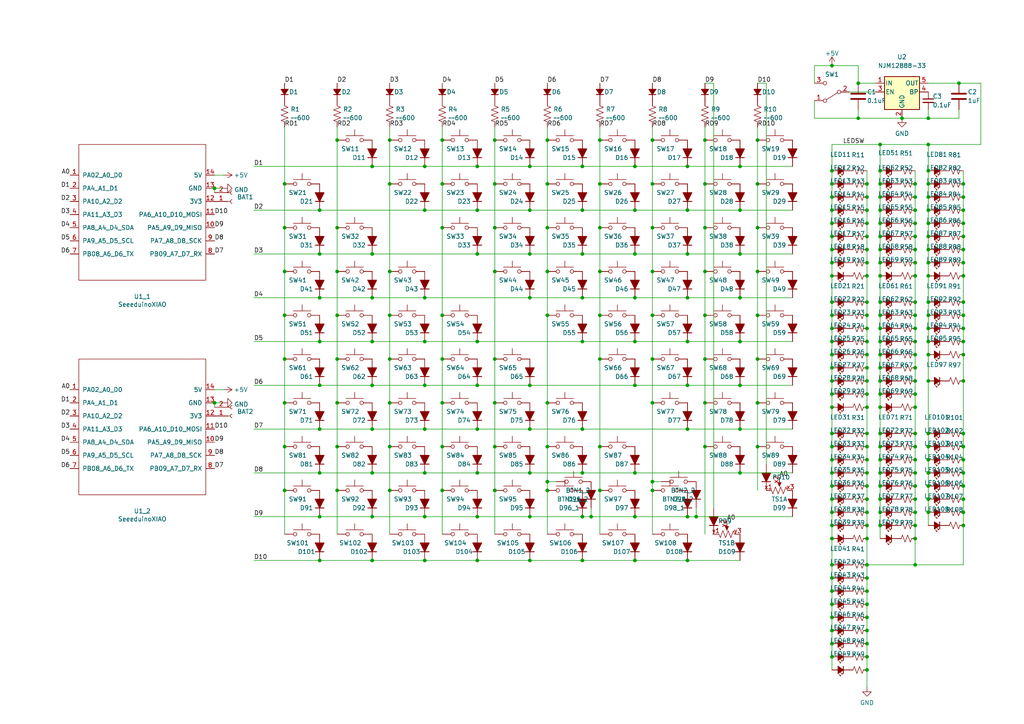
<source format=kicad_sch>
(kicad_sch (version 20211123) (generator eeschema)
  (paper "A4")
  (junction (at 251.46 148.59))
  (junction (at 241.3 64.77))
  (junction (at 269.24 68.58))
  (junction (at 251.46 99.06))
  (junction (at 82.55 53.34))
  (junction (at 269.24 129.54))
  (junction (at 255.27 137.16))
  (junction (at 251.46 182.88))
  (junction (at 279.4 64.77))
  (junction (at 219.71 78.74))
  (junction (at 241.3 110.49))
  (junction (at 171.45 149.86))
  (junction (at 269.24 87.63))
  (junction (at 123.19 124.46))
  (junction (at 138.43 73.66))
  (junction (at 251.46 156.21))
  (junction (at 241.3 91.44))
  (junction (at 251.46 140.97))
  (junction (at 241.3 99.06))
  (junction (at 92.71 149.86))
  (junction (at 184.15 149.86))
  (junction (at 168.91 124.46))
  (junction (at 107.95 86.36))
  (junction (at 138.43 99.06))
  (junction (at 255.27 110.49))
  (junction (at 214.63 73.66))
  (junction (at 199.39 111.76))
  (junction (at 97.79 78.74))
  (junction (at 251.46 194.31))
  (junction (at 204.47 116.84))
  (junction (at 113.03 142.24))
  (junction (at 261.62 34.29))
  (junction (at 279.4 152.4))
  (junction (at 173.99 53.34))
  (junction (at 123.19 99.06))
  (junction (at 143.51 40.64))
  (junction (at 204.47 78.74))
  (junction (at 138.43 137.16))
  (junction (at 92.71 86.36))
  (junction (at 251.46 80.01))
  (junction (at 189.23 40.64))
  (junction (at 279.4 148.59))
  (junction (at 241.3 102.87))
  (junction (at 279.4 68.58))
  (junction (at 251.46 95.25))
  (junction (at 184.15 73.66))
  (junction (at 255.27 144.78))
  (junction (at 128.27 129.54))
  (junction (at 279.4 72.39))
  (junction (at 143.51 129.54))
  (junction (at 189.23 78.74))
  (junction (at 269.24 60.96))
  (junction (at 251.46 186.69))
  (junction (at 82.55 104.14))
  (junction (at 279.4 87.63))
  (junction (at 97.79 142.24))
  (junction (at 265.43 87.63))
  (junction (at 241.3 171.45))
  (junction (at 255.27 125.73))
  (junction (at 251.46 171.45))
  (junction (at 251.46 91.44))
  (junction (at 279.4 110.49))
  (junction (at 219.71 116.84))
  (junction (at 255.27 72.39))
  (junction (at 269.24 102.87))
  (junction (at 214.63 137.16))
  (junction (at 107.95 111.76))
  (junction (at 214.63 124.46))
  (junction (at 168.91 73.66))
  (junction (at 153.67 149.86))
  (junction (at 82.55 142.24))
  (junction (at 255.27 140.97))
  (junction (at 241.3 144.78))
  (junction (at 241.3 95.25))
  (junction (at 158.75 66.04))
  (junction (at 269.24 57.15))
  (junction (at 158.75 142.24))
  (junction (at 204.47 104.14))
  (junction (at 251.46 137.16))
  (junction (at 251.46 68.58))
  (junction (at 168.91 137.16))
  (junction (at 255.27 102.87))
  (junction (at 251.46 152.4))
  (junction (at 269.24 49.53))
  (junction (at 138.43 149.86))
  (junction (at 168.91 86.36))
  (junction (at 241.3 190.5))
  (junction (at 62.23 54.61))
  (junction (at 241.3 140.97))
  (junction (at 113.03 91.44))
  (junction (at 251.46 106.68))
  (junction (at 153.67 86.36))
  (junction (at 173.99 129.54))
  (junction (at 255.27 76.2))
  (junction (at 199.39 60.96))
  (junction (at 199.39 149.86))
  (junction (at 214.63 86.36))
  (junction (at 241.3 53.34))
  (junction (at 241.3 106.68))
  (junction (at 255.27 64.77))
  (junction (at 204.47 53.34))
  (junction (at 113.03 116.84))
  (junction (at 269.24 64.77))
  (junction (at 269.24 99.06))
  (junction (at 269.24 110.49))
  (junction (at 251.46 190.5))
  (junction (at 279.4 125.73))
  (junction (at 92.71 99.06))
  (junction (at 153.67 111.76))
  (junction (at 107.95 73.66))
  (junction (at 279.4 137.16))
  (junction (at 204.47 40.64))
  (junction (at 251.46 87.63))
  (junction (at 241.3 72.39))
  (junction (at 265.43 125.73))
  (junction (at 269.24 34.29))
  (junction (at 265.43 137.16))
  (junction (at 123.19 149.86))
  (junction (at 123.19 137.16))
  (junction (at 107.95 99.06))
  (junction (at 168.91 149.86))
  (junction (at 241.3 129.54))
  (junction (at 251.46 76.2))
  (junction (at 123.19 162.56))
  (junction (at 279.4 144.78))
  (junction (at 128.27 53.34))
  (junction (at 279.4 60.96))
  (junction (at 128.27 40.64))
  (junction (at 143.51 53.34))
  (junction (at 279.4 140.97))
  (junction (at 138.43 60.96))
  (junction (at 97.79 104.14))
  (junction (at 269.24 140.97))
  (junction (at 173.99 66.04))
  (junction (at 82.55 116.84))
  (junction (at 92.71 124.46))
  (junction (at 138.43 162.56))
  (junction (at 184.15 86.36))
  (junction (at 265.43 118.11))
  (junction (at 82.55 91.44))
  (junction (at 241.3 114.3))
  (junction (at 255.27 129.54))
  (junction (at 255.27 114.3))
  (junction (at 158.75 53.34))
  (junction (at 97.79 129.54))
  (junction (at 189.23 139.7))
  (junction (at 251.46 114.3))
  (junction (at 269.24 91.44))
  (junction (at 265.43 156.21))
  (junction (at 265.43 95.25))
  (junction (at 107.95 149.86))
  (junction (at 251.46 118.11))
  (junction (at 265.43 106.68))
  (junction (at 128.27 142.24))
  (junction (at 241.3 87.63))
  (junction (at 265.43 60.96))
  (junction (at 241.3 118.11))
  (junction (at 255.27 41.91))
  (junction (at 204.47 91.44))
  (junction (at 265.43 102.87))
  (junction (at 248.92 24.13))
  (junction (at 251.46 144.78))
  (junction (at 153.67 48.26))
  (junction (at 123.19 60.96))
  (junction (at 123.19 48.26))
  (junction (at 138.43 48.26))
  (junction (at 107.95 48.26))
  (junction (at 184.15 48.26))
  (junction (at 199.39 48.26))
  (junction (at 168.91 48.26))
  (junction (at 214.63 48.26))
  (junction (at 184.15 137.16))
  (junction (at 184.15 60.96))
  (junction (at 97.79 116.84))
  (junction (at 269.24 125.73))
  (junction (at 158.75 116.84))
  (junction (at 199.39 124.46))
  (junction (at 265.43 53.34))
  (junction (at 219.71 104.14))
  (junction (at 269.24 80.01))
  (junction (at 138.43 124.46))
  (junction (at 168.91 60.96))
  (junction (at 173.99 104.14))
  (junction (at 255.27 106.68))
  (junction (at 168.91 162.56))
  (junction (at 158.75 91.44))
  (junction (at 265.43 72.39))
  (junction (at 184.15 99.06))
  (junction (at 241.3 156.21))
  (junction (at 251.46 102.87))
  (junction (at 269.24 144.78))
  (junction (at 265.43 99.06))
  (junction (at 123.19 111.76))
  (junction (at 241.3 167.64))
  (junction (at 113.03 53.34))
  (junction (at 265.43 163.83))
  (junction (at 92.71 73.66))
  (junction (at 255.27 68.58))
  (junction (at 189.23 104.14))
  (junction (at 265.43 152.4))
  (junction (at 158.75 40.64))
  (junction (at 279.4 57.15))
  (junction (at 113.03 78.74))
  (junction (at 204.47 66.04))
  (junction (at 241.3 175.26))
  (junction (at 265.43 91.44))
  (junction (at 143.51 78.74))
  (junction (at 92.71 111.76))
  (junction (at 255.27 57.15))
  (junction (at 269.24 72.39))
  (junction (at 279.4 76.2))
  (junction (at 251.46 179.07))
  (junction (at 265.43 114.3))
  (junction (at 153.67 73.66))
  (junction (at 241.3 19.05))
  (junction (at 158.75 78.74))
  (junction (at 255.27 148.59))
  (junction (at 107.95 162.56))
  (junction (at 269.24 137.16))
  (junction (at 128.27 91.44))
  (junction (at 107.95 124.46))
  (junction (at 255.27 80.01))
  (junction (at 97.79 66.04))
  (junction (at 241.3 125.73))
  (junction (at 251.46 163.83))
  (junction (at 153.67 60.96))
  (junction (at 219.71 53.34))
  (junction (at 97.79 40.64))
  (junction (at 251.46 125.73))
  (junction (at 265.43 140.97))
  (junction (at 265.43 64.77))
  (junction (at 255.27 91.44))
  (junction (at 251.46 133.35))
  (junction (at 265.43 57.15))
  (junction (at 279.4 95.25))
  (junction (at 265.43 129.54))
  (junction (at 269.24 53.34))
  (junction (at 82.55 78.74))
  (junction (at 173.99 142.24))
  (junction (at 251.46 64.77))
  (junction (at 251.46 57.15))
  (junction (at 97.79 91.44))
  (junction (at 241.3 76.2))
  (junction (at 199.39 73.66))
  (junction (at 279.4 80.01))
  (junction (at 241.3 186.69))
  (junction (at 251.46 129.54))
  (junction (at 128.27 116.84))
  (junction (at 241.3 60.96))
  (junction (at 241.3 152.4))
  (junction (at 251.46 72.39))
  (junction (at 255.27 95.25))
  (junction (at 158.75 129.54))
  (junction (at 255.27 152.4))
  (junction (at 92.71 162.56))
  (junction (at 143.51 66.04))
  (junction (at 214.63 99.06))
  (junction (at 279.4 53.34))
  (junction (at 201.93 149.86))
  (junction (at 279.4 99.06))
  (junction (at 269.24 41.91))
  (junction (at 143.51 104.14))
  (junction (at 241.3 57.15))
  (junction (at 92.71 137.16))
  (junction (at 255.27 53.34))
  (junction (at 173.99 78.74))
  (junction (at 189.23 66.04))
  (junction (at 219.71 129.54))
  (junction (at 189.23 116.84))
  (junction (at 241.3 163.83))
  (junction (at 255.27 118.11))
  (junction (at 189.23 142.24))
  (junction (at 153.67 162.56))
  (junction (at 158.75 139.7))
  (junction (at 251.46 60.96))
  (junction (at 241.3 80.01))
  (junction (at 128.27 66.04))
  (junction (at 255.27 87.63))
  (junction (at 269.24 76.2))
  (junction (at 189.23 53.34))
  (junction (at 241.3 49.53))
  (junction (at 255.27 133.35))
  (junction (at 251.46 175.26))
  (junction (at 62.23 116.84))
  (junction (at 269.24 148.59))
  (junction (at 279.4 91.44))
  (junction (at 214.63 111.76))
  (junction (at 265.43 133.35))
  (junction (at 255.27 99.06))
  (junction (at 219.71 66.04))
  (junction (at 184.15 111.76))
  (junction (at 255.27 49.53))
  (junction (at 143.51 142.24))
  (junction (at 113.03 104.14))
  (junction (at 265.43 144.78))
  (junction (at 189.23 91.44))
  (junction (at 173.99 40.64))
  (junction (at 265.43 80.01))
  (junction (at 279.4 133.35))
  (junction (at 241.3 148.59))
  (junction (at 128.27 104.14))
  (junction (at 279.4 129.54))
  (junction (at 199.39 162.56))
  (junction (at 251.46 53.34))
  (junction (at 199.39 99.06))
  (junction (at 241.3 137.16))
  (junction (at 138.43 111.76))
  (junction (at 107.95 137.16))
  (junction (at 219.71 40.64))
  (junction (at 173.99 91.44))
  (junction (at 153.67 124.46))
  (junction (at 241.3 68.58))
  (junction (at 113.03 129.54))
  (junction (at 184.15 162.56))
  (junction (at 82.55 66.04))
  (junction (at 251.46 110.49))
  (junction (at 265.43 110.49))
  (junction (at 168.91 99.06))
  (junction (at 265.43 68.58))
  (junction (at 214.63 60.96))
  (junction (at 113.03 40.64))
  (junction (at 255.27 60.96))
  (junction (at 199.39 86.36))
  (junction (at 92.71 60.96))
  (junction (at 241.3 179.07))
  (junction (at 82.55 129.54))
  (junction (at 143.51 116.84))
  (junction (at 219.71 91.44))
  (junction (at 241.3 182.88))
  (junction (at 123.19 86.36))
  (junction (at 278.13 24.13))
  (junction (at 269.24 133.35))
  (junction (at 265.43 76.2))
  (junction (at 269.24 95.25))
  (junction (at 153.67 137.16))
  (junction (at 241.3 133.35))
  (junction (at 251.46 167.64))
  (junction (at 265.43 148.59))
  (junction (at 279.4 102.87))
  (junction (at 204.47 129.54))
  (junction (at 248.92 34.29))
  (wire (pts (xy 251.46 72.39) (xy 251.46 76.2)))
  (wire (pts (xy 123.19 99.06) (xy 138.43 99.06)))
  (wire (pts (xy 82.55 66.04) (xy 82.55 78.74)))
  (wire (pts (xy 219.71 53.34) (xy 219.71 66.04)))
  (wire (pts (xy 265.43 144.78) (xy 265.43 148.59)))
  (wire (pts (xy 128.27 91.44) (xy 128.27 104.14)))
  (wire (pts (xy 255.27 68.58) (xy 255.27 72.39)))
  (wire (pts (xy 255.27 118.11) (xy 255.27 125.73)))
  (wire (pts (xy 153.67 149.86) (xy 168.91 149.86)))
  (wire (pts (xy 241.3 19.05) (xy 248.92 19.05)))
  (wire (pts (xy 158.75 116.84) (xy 158.75 129.54)))
  (wire (pts (xy 92.71 86.36) (xy 107.95 86.36)))
  (wire (pts (xy 158.75 91.44) (xy 158.75 116.84)))
  (wire (pts (xy 168.91 60.96) (xy 184.15 60.96)))
  (wire (pts (xy 269.24 53.34) (xy 269.24 57.15)))
  (wire (pts (xy 251.46 106.68) (xy 251.46 110.49)))
  (wire (pts (xy 113.03 36.83) (xy 113.03 40.64)))
  (wire (pts (xy 173.99 40.64) (xy 173.99 53.34)))
  (wire (pts (xy 92.71 162.56) (xy 107.95 162.56)))
  (wire (pts (xy 251.46 186.69) (xy 251.46 190.5)))
  (wire (pts (xy 189.23 139.7) (xy 189.23 142.24)))
  (wire (pts (xy 251.46 167.64) (xy 251.46 171.45)))
  (wire (pts (xy 255.27 41.91) (xy 269.24 41.91)))
  (wire (pts (xy 251.46 57.15) (xy 251.46 60.96)))
  (wire (pts (xy 107.95 124.46) (xy 123.19 124.46)))
  (wire (pts (xy 171.45 147.32) (xy 171.45 149.86)))
  (wire (pts (xy 128.27 116.84) (xy 128.27 129.54)))
  (wire (pts (xy 279.4 144.78) (xy 279.4 148.59)))
  (wire (pts (xy 265.43 102.87) (xy 265.43 106.68)))
  (wire (pts (xy 184.15 60.96) (xy 199.39 60.96)))
  (wire (pts (xy 251.46 60.96) (xy 251.46 64.77)))
  (wire (pts (xy 279.4 87.63) (xy 279.4 91.44)))
  (wire (pts (xy 173.99 91.44) (xy 173.99 104.14)))
  (wire (pts (xy 255.27 80.01) (xy 255.27 87.63)))
  (wire (pts (xy 158.75 36.83) (xy 158.75 40.64)))
  (wire (pts (xy 251.46 163.83) (xy 251.46 167.64)))
  (wire (pts (xy 204.47 66.04) (xy 204.47 78.74)))
  (wire (pts (xy 241.3 106.68) (xy 241.3 110.49)))
  (wire (pts (xy 251.46 148.59) (xy 251.46 152.4)))
  (wire (pts (xy 204.47 129.54) (xy 204.47 154.94)))
  (wire (pts (xy 73.66 124.46) (xy 92.71 124.46)))
  (wire (pts (xy 82.55 129.54) (xy 82.55 142.24)))
  (wire (pts (xy 251.46 76.2) (xy 251.46 80.01)))
  (wire (pts (xy 255.27 41.91) (xy 241.3 41.91)))
  (wire (pts (xy 265.43 114.3) (xy 265.43 118.11)))
  (wire (pts (xy 189.23 116.84) (xy 189.23 139.7)))
  (wire (pts (xy 153.67 162.56) (xy 168.91 162.56)))
  (wire (pts (xy 251.46 102.87) (xy 251.46 106.68)))
  (wire (pts (xy 92.71 99.06) (xy 107.95 99.06)))
  (wire (pts (xy 219.71 129.54) (xy 219.71 142.24)))
  (wire (pts (xy 222.25 24.13) (xy 222.25 134.62)))
  (wire (pts (xy 199.39 124.46) (xy 214.63 124.46)))
  (wire (pts (xy 269.24 68.58) (xy 269.24 72.39)))
  (wire (pts (xy 241.3 99.06) (xy 241.3 102.87)))
  (wire (pts (xy 279.4 91.44) (xy 279.4 95.25)))
  (wire (pts (xy 269.24 129.54) (xy 269.24 133.35)))
  (wire (pts (xy 265.43 72.39) (xy 265.43 76.2)))
  (wire (pts (xy 251.46 152.4) (xy 251.46 156.21)))
  (wire (pts (xy 73.66 73.66) (xy 92.71 73.66)))
  (wire (pts (xy 279.4 53.34) (xy 279.4 57.15)))
  (wire (pts (xy 241.3 95.25) (xy 241.3 99.06)))
  (wire (pts (xy 251.46 64.77) (xy 251.46 68.58)))
  (wire (pts (xy 97.79 91.44) (xy 97.79 104.14)))
  (wire (pts (xy 251.46 49.53) (xy 251.46 53.34)))
  (wire (pts (xy 241.3 102.87) (xy 241.3 106.68)))
  (wire (pts (xy 269.24 64.77) (xy 269.24 68.58)))
  (wire (pts (xy 279.4 102.87) (xy 279.4 110.49)))
  (wire (pts (xy 82.55 78.74) (xy 82.55 91.44)))
  (wire (pts (xy 158.75 66.04) (xy 158.75 78.74)))
  (wire (pts (xy 241.3 163.83) (xy 241.3 167.64)))
  (wire (pts (xy 265.43 80.01) (xy 265.43 87.63)))
  (wire (pts (xy 255.27 95.25) (xy 255.27 99.06)))
  (wire (pts (xy 241.3 129.54) (xy 241.3 133.35)))
  (wire (pts (xy 82.55 91.44) (xy 82.55 104.14)))
  (wire (pts (xy 269.24 110.49) (xy 269.24 125.73)))
  (wire (pts (xy 251.46 114.3) (xy 251.46 118.11)))
  (wire (pts (xy 123.19 111.76) (xy 138.43 111.76)))
  (wire (pts (xy 265.43 99.06) (xy 265.43 102.87)))
  (wire (pts (xy 251.46 87.63) (xy 251.46 91.44)))
  (wire (pts (xy 269.24 102.87) (xy 269.24 110.49)))
  (wire (pts (xy 251.46 179.07) (xy 251.46 182.88)))
  (wire (pts (xy 128.27 53.34) (xy 128.27 66.04)))
  (wire (pts (xy 123.19 149.86) (xy 138.43 149.86)))
  (wire (pts (xy 265.43 140.97) (xy 265.43 144.78)))
  (wire (pts (xy 241.3 87.63) (xy 241.3 91.44)))
  (wire (pts (xy 236.22 19.05) (xy 241.3 19.05)))
  (wire (pts (xy 269.24 76.2) (xy 269.24 80.01)))
  (wire (pts (xy 251.46 182.88) (xy 251.46 186.69)))
  (wire (pts (xy 241.3 125.73) (xy 241.3 129.54)))
  (wire (pts (xy 278.13 24.13) (xy 284.48 24.13)))
  (wire (pts (xy 241.3 190.5) (xy 241.3 194.31)))
  (wire (pts (xy 241.3 167.64) (xy 241.3 171.45)))
  (wire (pts (xy 153.67 48.26) (xy 168.91 48.26)))
  (wire (pts (xy 199.39 48.26) (xy 214.63 48.26)))
  (wire (pts (xy 269.24 80.01) (xy 269.24 87.63)))
  (wire (pts (xy 143.51 40.64) (xy 143.51 53.34)))
  (wire (pts (xy 251.46 68.58) (xy 251.46 72.39)))
  (wire (pts (xy 255.27 110.49) (xy 255.27 114.3)))
  (wire (pts (xy 255.27 148.59) (xy 255.27 152.4)))
  (wire (pts (xy 82.55 53.34) (xy 82.55 66.04)))
  (wire (pts (xy 128.27 129.54) (xy 128.27 142.24)))
  (wire (pts (xy 236.22 34.29) (xy 248.92 34.29)))
  (wire (pts (xy 241.3 137.16) (xy 241.3 140.97)))
  (wire (pts (xy 269.24 137.16) (xy 269.24 140.97)))
  (wire (pts (xy 199.39 86.36) (xy 214.63 86.36)))
  (wire (pts (xy 62.23 54.61) (xy 62.23 55.88)))
  (wire (pts (xy 201.93 149.86) (xy 229.87 149.86)))
  (wire (pts (xy 199.39 111.76) (xy 214.63 111.76)))
  (wire (pts (xy 241.3 156.21) (xy 241.3 163.83)))
  (wire (pts (xy 265.43 129.54) (xy 265.43 133.35)))
  (wire (pts (xy 189.23 40.64) (xy 189.23 53.34)))
  (wire (pts (xy 138.43 111.76) (xy 153.67 111.76)))
  (wire (pts (xy 173.99 36.83) (xy 173.99 40.64)))
  (wire (pts (xy 158.75 139.7) (xy 158.75 142.24)))
  (wire (pts (xy 279.4 129.54) (xy 279.4 133.35)))
  (wire (pts (xy 255.27 91.44) (xy 255.27 95.25)))
  (wire (pts (xy 138.43 60.96) (xy 153.67 60.96)))
  (wire (pts (xy 107.95 149.86) (xy 123.19 149.86)))
  (wire (pts (xy 255.27 60.96) (xy 255.27 64.77)))
  (wire (pts (xy 168.91 86.36) (xy 184.15 86.36)))
  (wire (pts (xy 248.92 34.29) (xy 261.62 34.29)))
  (wire (pts (xy 241.3 49.53) (xy 241.3 53.34)))
  (wire (pts (xy 241.3 114.3) (xy 241.3 118.11)))
  (wire (pts (xy 269.24 24.13) (xy 278.13 24.13)))
  (wire (pts (xy 251.46 91.44) (xy 251.46 95.25)))
  (wire (pts (xy 158.75 142.24) (xy 158.75 154.94)))
  (wire (pts (xy 255.27 76.2) (xy 255.27 80.01)))
  (wire (pts (xy 158.75 53.34) (xy 158.75 66.04)))
  (wire (pts (xy 269.24 99.06) (xy 269.24 102.87)))
  (wire (pts (xy 251.46 144.78) (xy 251.46 148.59)))
  (wire (pts (xy 107.95 48.26) (xy 123.19 48.26)))
  (wire (pts (xy 138.43 99.06) (xy 168.91 99.06)))
  (wire (pts (xy 184.15 111.76) (xy 199.39 111.76)))
  (wire (pts (xy 219.71 104.14) (xy 219.71 116.84)))
  (wire (pts (xy 269.24 72.39) (xy 269.24 76.2)))
  (wire (pts (xy 265.43 53.34) (xy 265.43 57.15)))
  (wire (pts (xy 107.95 111.76) (xy 123.19 111.76)))
  (wire (pts (xy 251.46 133.35) (xy 251.46 137.16)))
  (wire (pts (xy 241.3 41.91) (xy 241.3 49.53)))
  (wire (pts (xy 64.77 50.8) (xy 62.23 50.8)))
  (wire (pts (xy 255.27 106.68) (xy 255.27 110.49)))
  (wire (pts (xy 265.43 57.15) (xy 265.43 60.96)))
  (wire (pts (xy 279.4 64.77) (xy 279.4 68.58)))
  (wire (pts (xy 168.91 162.56) (xy 184.15 162.56)))
  (wire (pts (xy 251.46 95.25) (xy 251.46 99.06)))
  (wire (pts (xy 64.77 116.84) (xy 62.23 116.84)))
  (wire (pts (xy 168.91 99.06) (xy 184.15 99.06)))
  (wire (pts (xy 265.43 163.83) (xy 279.4 163.83)))
  (wire (pts (xy 251.46 156.21) (xy 251.46 163.83)))
  (wire (pts (xy 201.93 147.32) (xy 201.93 149.86)))
  (wire (pts (xy 241.3 64.77) (xy 241.3 68.58)))
  (wire (pts (xy 138.43 48.26) (xy 153.67 48.26)))
  (wire (pts (xy 241.3 182.88) (xy 241.3 186.69)))
  (wire (pts (xy 265.43 76.2) (xy 265.43 80.01)))
  (wire (pts (xy 73.66 48.26) (xy 107.95 48.26)))
  (wire (pts (xy 255.27 137.16) (xy 255.27 140.97)))
  (wire (pts (xy 241.3 133.35) (xy 241.3 137.16)))
  (wire (pts (xy 251.46 118.11) (xy 251.46 125.73)))
  (wire (pts (xy 82.55 36.83) (xy 82.55 53.34)))
  (wire (pts (xy 265.43 118.11) (xy 265.43 125.73)))
  (wire (pts (xy 251.46 129.54) (xy 251.46 133.35)))
  (wire (pts (xy 279.4 72.39) (xy 279.4 76.2)))
  (wire (pts (xy 251.46 53.34) (xy 251.46 57.15)))
  (wire (pts (xy 251.46 99.06) (xy 251.46 102.87)))
  (wire (pts (xy 138.43 162.56) (xy 153.67 162.56)))
  (wire (pts (xy 199.39 60.96) (xy 214.63 60.96)))
  (wire (pts (xy 113.03 53.34) (xy 113.03 78.74)))
  (wire (pts (xy 143.51 129.54) (xy 143.51 142.24)))
  (wire (pts (xy 251.46 194.31) (xy 251.46 199.39)))
  (wire (pts (xy 279.4 76.2) (xy 279.4 80.01)))
  (wire (pts (xy 113.03 40.64) (xy 113.03 53.34)))
  (wire (pts (xy 64.77 54.61) (xy 62.23 54.61)))
  (wire (pts (xy 184.15 73.66) (xy 199.39 73.66)))
  (wire (pts (xy 173.99 78.74) (xy 173.99 91.44)))
  (wire (pts (xy 92.71 60.96) (xy 123.19 60.96)))
  (wire (pts (xy 241.3 179.07) (xy 241.3 182.88)))
  (wire (pts (xy 255.27 99.06) (xy 255.27 102.87)))
  (wire (pts (xy 255.27 102.87) (xy 255.27 106.68)))
  (wire (pts (xy 153.67 73.66) (xy 168.91 73.66)))
  (wire (pts (xy 153.67 86.36) (xy 168.91 86.36)))
  (wire (pts (xy 123.19 48.26) (xy 138.43 48.26)))
  (wire (pts (xy 241.3 53.34) (xy 241.3 57.15)))
  (wire (pts (xy 279.4 140.97) (xy 279.4 144.78)))
  (wire (pts (xy 62.23 116.84) (xy 62.23 118.11)))
  (wire (pts (xy 143.51 36.83) (xy 143.51 40.64)))
  (wire (pts (xy 219.71 66.04) (xy 219.71 78.74)))
  (wire (pts (xy 241.3 152.4) (xy 241.3 156.21)))
  (wire (pts (xy 279.4 152.4) (xy 279.4 163.83)))
  (wire (pts (xy 184.15 48.26) (xy 199.39 48.26)))
  (wire (pts (xy 279.4 125.73) (xy 279.4 129.54)))
  (wire (pts (xy 143.51 78.74) (xy 143.51 104.14)))
  (wire (pts (xy 279.4 68.58) (xy 279.4 72.39)))
  (wire (pts (xy 73.66 99.06) (xy 92.71 99.06)))
  (wire (pts (xy 173.99 66.04) (xy 173.99 78.74)))
  (wire (pts (xy 97.79 116.84) (xy 97.79 129.54)))
  (wire (pts (xy 184.15 149.86) (xy 199.39 149.86)))
  (wire (pts (xy 265.43 49.53) (xy 265.43 53.34)))
  (wire (pts (xy 184.15 162.56) (xy 199.39 162.56)))
  (wire (pts (xy 153.67 137.16) (xy 168.91 137.16)))
  (wire (pts (xy 143.51 104.14) (xy 143.51 116.84)))
  (wire (pts (xy 219.71 40.64) (xy 219.71 53.34)))
  (wire (pts (xy 199.39 99.06) (xy 214.63 99.06)))
  (wire (pts (xy 251.46 125.73) (xy 251.46 129.54)))
  (wire (pts (xy 113.03 78.74) (xy 113.03 91.44)))
  (wire (pts (xy 265.43 91.44) (xy 265.43 95.25)))
  (wire (pts (xy 241.3 91.44) (xy 241.3 95.25)))
  (wire (pts (xy 246.38 26.67) (xy 254 26.67)))
  (wire (pts (xy 123.19 124.46) (xy 138.43 124.46)))
  (wire (pts (xy 251.46 175.26) (xy 251.46 179.07)))
  (wire (pts (xy 143.51 116.84) (xy 143.51 129.54)))
  (wire (pts (xy 255.27 41.91) (xy 255.27 49.53)))
  (wire (pts (xy 123.19 137.16) (xy 138.43 137.16)))
  (wire (pts (xy 251.46 137.16) (xy 251.46 140.97)))
  (wire (pts (xy 241.3 186.69) (xy 241.3 190.5)))
  (wire (pts (xy 189.23 142.24) (xy 189.23 154.94)))
  (wire (pts (xy 255.27 64.77) (xy 255.27 68.58)))
  (wire (pts (xy 214.63 124.46) (xy 229.87 124.46)))
  (wire (pts (xy 269.24 133.35) (xy 269.24 137.16)))
  (wire (pts (xy 62.23 113.03) (xy 64.77 113.03)))
  (wire (pts (xy 92.71 73.66) (xy 107.95 73.66)))
  (wire (pts (xy 128.27 104.14) (xy 128.27 116.84)))
  (wire (pts (xy 113.03 116.84) (xy 113.03 129.54)))
  (wire (pts (xy 251.46 163.83) (xy 265.43 163.83)))
  (wire (pts (xy 107.95 86.36) (xy 123.19 86.36)))
  (wire (pts (xy 255.27 53.34) (xy 255.27 57.15)))
  (wire (pts (xy 189.23 139.7) (xy 191.77 139.7)))
  (wire (pts (xy 158.75 129.54) (xy 158.75 139.7)))
  (wire (pts (xy 73.66 111.76) (xy 92.71 111.76)))
  (wire (pts (xy 265.43 87.63) (xy 265.43 91.44)))
  (wire (pts (xy 219.71 78.74) (xy 219.71 91.44)))
  (wire (pts (xy 241.3 171.45) (xy 241.3 175.26)))
  (wire (pts (xy 204.47 36.83) (xy 204.47 40.64)))
  (wire (pts (xy 173.99 129.54) (xy 173.99 142.24)))
  (wire (pts (xy 265.43 60.96) (xy 265.43 64.77)))
  (wire (pts (xy 92.71 111.76) (xy 107.95 111.76)))
  (wire (pts (xy 248.92 24.13) (xy 254 24.13)))
  (wire (pts (xy 82.55 142.24) (xy 82.55 154.94)))
  (wire (pts (xy 255.27 87.63) (xy 255.27 91.44)))
  (wire (pts (xy 265.43 133.35) (xy 265.43 137.16)))
  (wire (pts (xy 123.19 86.36) (xy 153.67 86.36)))
  (wire (pts (xy 204.47 116.84) (xy 204.47 129.54)))
  (wire (pts (xy 265.43 64.77) (xy 265.43 68.58)))
  (wire (pts (xy 184.15 86.36) (xy 199.39 86.36)))
  (wire (pts (xy 97.79 142.24) (xy 97.79 154.94)))
  (wire (pts (xy 265.43 95.25) (xy 265.43 99.06)))
  (wire (pts (xy 189.23 91.44) (xy 189.23 104.14)))
  (wire (pts (xy 269.24 148.59) (xy 269.24 152.4)))
  (wire (pts (xy 251.46 110.49) (xy 251.46 114.3)))
  (wire (pts (xy 138.43 73.66) (xy 153.67 73.66)))
  (wire (pts (xy 214.63 99.06) (xy 229.87 99.06)))
  (wire (pts (xy 168.91 137.16) (xy 184.15 137.16)))
  (wire (pts (xy 107.95 73.66) (xy 138.43 73.66)))
  (wire (pts (xy 138.43 137.16) (xy 153.67 137.16)))
  (wire (pts (xy 107.95 162.56) (xy 123.19 162.56)))
  (wire (pts (xy 113.03 142.24) (xy 113.03 154.94)))
  (wire (pts (xy 265.43 110.49) (xy 265.43 114.3)))
  (wire (pts (xy 219.71 91.44) (xy 219.71 104.14)))
  (wire (pts (xy 128.27 36.83) (xy 128.27 40.64)))
  (wire (pts (xy 73.66 137.16) (xy 92.71 137.16)))
  (wire (pts (xy 199.39 73.66) (xy 214.63 73.66)))
  (wire (pts (xy 251.46 190.5) (xy 251.46 194.31)))
  (wire (pts (xy 251.46 171.45) (xy 251.46 175.26)))
  (wire (pts (xy 189.23 66.04) (xy 189.23 78.74)))
  (wire (pts (xy 248.92 31.75) (xy 248.92 34.29)))
  (wire (pts (xy 279.4 133.35) (xy 279.4 137.16)))
  (wire (pts (xy 184.15 99.06) (xy 199.39 99.06)))
  (wire (pts (xy 204.47 78.74) (xy 204.47 91.44)))
  (wire (pts (xy 143.51 66.04) (xy 143.51 78.74)))
  (wire (pts (xy 284.48 41.91) (xy 269.24 41.91)))
  (wire (pts (xy 241.3 175.26) (xy 241.3 179.07)))
  (wire (pts (xy 265.43 148.59) (xy 265.43 152.4)))
  (wire (pts (xy 153.67 124.46) (xy 168.91 124.46)))
  (wire (pts (xy 168.91 124.46) (xy 199.39 124.46)))
  (wire (pts (xy 173.99 104.14) (xy 173.99 129.54)))
  (wire (pts (xy 123.19 60.96) (xy 138.43 60.96)))
  (wire (pts (xy 265.43 156.21) (xy 265.43 163.83)))
  (wire (pts (xy 279.4 137.16) (xy 279.4 140.97)))
  (wire (pts (xy 143.51 53.34) (xy 143.51 66.04)))
  (wire (pts (xy 184.15 137.16) (xy 214.63 137.16)))
  (wire (pts (xy 204.47 53.34) (xy 204.47 66.04)))
  (wire (pts (xy 255.27 125.73) (xy 255.27 129.54)))
  (wire (pts (xy 207.01 24.13) (xy 207.01 147.32)))
  (wire (pts (xy 73.66 162.56) (xy 92.71 162.56)))
  (wire (pts (xy 82.55 104.14) (xy 82.55 116.84)))
  (wire (pts (xy 128.27 40.64) (xy 128.27 53.34)))
  (wire (pts (xy 279.4 49.53) (xy 279.4 53.34)))
  (wire (pts (xy 241.3 76.2) (xy 241.3 80.01)))
  (wire (pts (xy 113.03 104.14) (xy 113.03 116.84)))
  (wire (pts (xy 107.95 99.06) (xy 123.19 99.06)))
  (wire (pts (xy 255.27 133.35) (xy 255.27 137.16)))
  (wire (pts (xy 113.03 91.44) (xy 113.03 104.14)))
  (wire (pts (xy 97.79 66.04) (xy 97.79 78.74)))
  (wire (pts (xy 279.4 110.49) (xy 279.4 125.73)))
  (wire (pts (xy 153.67 60.96) (xy 168.91 60.96)))
  (wire (pts (xy 138.43 149.86) (xy 153.67 149.86)))
  (wire (pts (xy 279.4 148.59) (xy 279.4 152.4)))
  (wire (pts (xy 171.45 149.86) (xy 184.15 149.86)))
  (wire (pts (xy 73.66 86.36) (xy 92.71 86.36)))
  (wire (pts (xy 92.71 124.46) (xy 107.95 124.46)))
  (wire (pts (xy 255.27 114.3) (xy 255.27 118.11)))
  (wire (pts (xy 97.79 78.74) (xy 97.79 91.44)))
  (wire (pts (xy 92.71 149.86) (xy 107.95 149.86)))
  (wire (pts (xy 269.24 34.29) (xy 278.13 34.29)))
  (wire (pts (xy 219.71 36.83) (xy 219.71 40.64)))
  (wire (pts (xy 97.79 40.64) (xy 97.79 66.04)))
  (wire (pts (xy 214.63 60.96) (xy 229.87 60.96)))
  (wire (pts (xy 269.24 125.73) (xy 269.24 129.54)))
  (wire (pts (xy 143.51 142.24) (xy 143.51 154.94)))
  (wire (pts (xy 269.24 95.25) (xy 269.24 99.06)))
  (wire (pts (xy 236.22 19.05) (xy 236.22 24.13)))
  (wire (pts (xy 269.24 60.96) (xy 269.24 64.77)))
  (wire (pts (xy 241.3 118.11) (xy 241.3 125.73)))
  (wire (pts (xy 278.13 34.29) (xy 278.13 31.75)))
  (wire (pts (xy 265.43 106.68) (xy 265.43 110.49)))
  (wire (pts (xy 241.3 57.15) (xy 241.3 60.96)))
  (wire (pts (xy 214.63 137.16) (xy 229.87 137.16)))
  (wire (pts (xy 265.43 68.58) (xy 265.43 72.39)))
  (wire (pts (xy 241.3 140.97) (xy 241.3 144.78)))
  (wire (pts (xy 97.79 104.14) (xy 97.79 116.84)))
  (wire (pts (xy 199.39 162.56) (xy 214.63 162.56)))
  (wire (pts (xy 269.24 87.63) (xy 269.24 91.44)))
  (wire (pts (xy 241.3 60.96) (xy 241.3 64.77)))
  (wire (pts (xy 269.24 140.97) (xy 269.24 144.78)))
  (wire (pts (xy 241.3 80.01) (xy 241.3 87.63)))
  (wire (pts (xy 251.46 80.01) (xy 251.46 87.63)))
  (wire (pts (xy 158.75 40.64) (xy 158.75 53.34)))
  (wire (pts (xy 279.4 99.06) (xy 279.4 102.87)))
  (wire (pts (xy 255.27 144.78) (xy 255.27 148.59)))
  (wire (pts (xy 279.4 95.25) (xy 279.4 99.06)))
  (wire (pts (xy 236.22 29.21) (xy 236.22 34.29)))
  (wire (pts (xy 82.55 116.84) (xy 82.55 129.54)))
  (wire (pts (xy 138.43 124.46) (xy 153.67 124.46)))
  (wire (pts (xy 204.47 104.14) (xy 204.47 116.84)))
  (wire (pts (xy 261.62 34.29) (xy 269.24 34.29)))
  (wire (pts (xy 107.95 137.16) (xy 123.19 137.16)))
  (wire (pts (xy 168.91 73.66) (xy 184.15 73.66)))
  (wire (pts (xy 284.48 24.13) (xy 284.48 41.91)))
  (wire (pts (xy 199.39 149.86) (xy 201.93 149.86)))
  (wire (pts (xy 269.24 57.15) (xy 269.24 60.96)))
  (wire (pts (xy 158.75 139.7) (xy 161.29 139.7)))
  (wire (pts (xy 189.23 36.83) (xy 189.23 40.64)))
  (wire (pts (xy 255.27 129.54) (xy 255.27 133.35)))
  (wire (pts (xy 189.23 78.74) (xy 189.23 91.44)))
  (wire (pts (xy 128.27 142.24) (xy 128.27 154.94)))
  (wire (pts (xy 241.3 148.59) (xy 241.3 152.4)))
  (wire (pts (xy 269.24 144.78) (xy 269.24 148.59)))
  (wire (pts (xy 128.27 66.04) (xy 128.27 91.44)))
  (wire (pts (xy 279.4 80.01) (xy 279.4 87.63)))
  (wire (pts (xy 269.24 31.75) (xy 269.24 34.29)))
  (wire (pts (xy 123.19 162.56) (xy 138.43 162.56)))
  (wire (pts (xy 113.03 129.54) (xy 113.03 142.24)))
  (wire (pts (xy 204.47 40.64) (xy 204.47 53.34)))
  (wire (pts (xy 92.71 137.16) (xy 107.95 137.16)))
  (wire (pts (xy 73.66 149.86) (xy 92.71 149.86)))
  (wire (pts (xy 214.63 86.36) (xy 229.87 86.36)))
  (wire (pts (xy 241.3 144.78) (xy 241.3 148.59)))
  (wire (pts (xy 158.75 78.74) (xy 158.75 91.44)))
  (wire (pts (xy 168.91 149.86) (xy 171.45 149.86)))
  (wire (pts (xy 189.23 53.34) (xy 189.23 66.04)))
  (wire (pts (xy 73.66 60.96) (xy 92.71 60.96)))
  (wire (pts (xy 248.92 24.13) (xy 248.92 19.05)))
  (wire (pts (xy 241.3 68.58) (xy 241.3 72.39)))
  (wire (pts (xy 97.79 36.83) (xy 97.79 40.64)))
  (wire (pts (xy 173.99 142.24) (xy 173.99 154.94)))
  (wire (pts (xy 241.3 110.49) (xy 241.3 114.3)))
  (wire (pts (xy 265.43 137.16) (xy 265.43 140.97)))
  (wire (pts (xy 269.24 41.91) (xy 269.24 49.53)))
  (wire (pts (xy 219.71 24.13) (xy 222.25 24.13)))
  (wire (pts (xy 265.43 125.73) (xy 265.43 129.54)))
  (wire (pts (xy 255.27 49.53) (xy 255.27 53.34)))
  (wire (pts (xy 204.47 24.13) (xy 207.01 24.13)))
  (wire (pts (xy 214.63 73.66) (xy 229.87 73.66)))
  (wire (pts (xy 219.71 116.84) (xy 219.71 129.54)))
  (wire (pts (xy 255.27 152.4) (xy 255.27 156.21)))
  (wire (pts (xy 251.46 140.97) (xy 251.46 144.78)))
  (wire (pts (xy 279.4 60.96) (xy 279.4 64.77)))
  (wire (pts (xy 269.24 91.44) (xy 269.24 95.25)))
  (wire (pts (xy 168.91 48.26) (xy 184.15 48.26)))
  (wire (pts (xy 153.67 111.76) (xy 184.15 111.76)))
  (wire (pts (xy 97.79 129.54) (xy 97.79 142.24)))
  (wire (pts (xy 279.4 57.15) (xy 279.4 60.96)))
  (wire (pts (xy 173.99 53.34) (xy 173.99 66.04)))
  (wire (pts (xy 204.47 91.44) (xy 204.47 104.14)))
  (wire (pts (xy 214.63 111.76) (xy 229.87 111.76)))
  (wire (pts (xy 241.3 72.39) (xy 241.3 76.2)))
  (wire (pts (xy 255.27 140.97) (xy 255.27 144.78)))
  (wire (pts (xy 265.43 152.4) (xy 265.43 156.21)))
  (wire (pts (xy 189.23 104.14) (xy 189.23 116.84)))
  (wire (pts (xy 255.27 72.39) (xy 255.27 76.2)))
  (wire (pts (xy 255.27 57.15) (xy 255.27 60.96)))
  (wire (pts (xy 269.24 49.53) (xy 269.24 53.34)))
  (wire (pts (xy 214.63 48.26) (xy 229.87 48.26)))
  (label "D3" (at 73.66 73.66 0))
  (label "D6" (at 20.32 135.89 180))
  (label "RD8" (at 189.23 36.83 0))
  (label "D3" (at 113.03 24.13 0))
  (label "D9" (at 204.47 24.13 0))
  (label "A0" (at 226.06 138.43 0))
  (label "D5" (at 20.32 132.08 180))
  (label "D9" (at 62.23 66.04 0))
  (label "D9" (at 73.66 149.86 0))
  (label "RD7" (at 173.99 36.83 0))
  (label "D4" (at 128.27 24.13 0))
  (label "D6" (at 73.66 111.76 0))
  (label "D8" (at 62.23 132.08 0))
  (label "D6" (at 158.75 24.13 0))
  (label "D10" (at 62.23 124.46 0))
  (label "A0" (at 20.32 50.8 180))
  (label "D9" (at 62.23 128.27 0))
  (label "D7" (at 173.99 24.13 0))
  (label "D10" (at 62.23 62.23 0))
  (label "D1" (at 20.32 116.84 180))
  (label "RD6" (at 158.75 36.83 0))
  (label "D2" (at 97.79 24.13 0))
  (label "D2" (at 73.66 60.96 0))
  (label "D8" (at 62.23 69.85 0))
  (label "D3" (at 20.32 62.23 180))
  (label "RD2" (at 97.79 36.83 0))
  (label "RD9" (at 204.47 36.83 0))
  (label "D5" (at 143.51 24.13 0))
  (label "RD3" (at 113.03 36.83 0))
  (label "A0" (at 210.82 151.13 0))
  (label "D10" (at 73.66 162.56 0))
  (label "D7" (at 62.23 73.66 0))
  (label "D2" (at 20.32 120.65 180))
  (label "D4" (at 73.66 86.36 0))
  (label "RD4" (at 128.27 36.83 0))
  (label "D5" (at 20.32 69.85 180))
  (label "D1" (at 20.32 54.61 180))
  (label "LEDSW" (at 244.475 41.91 0))
  (label "A0" (at 20.32 113.03 180))
  (label "D8" (at 189.23 24.13 0))
  (label "D5" (at 73.66 99.06 0))
  (label "RD5" (at 143.51 36.83 0))
  (label "D2" (at 20.32 58.42 180))
  (label "D3" (at 20.32 124.46 180))
  (label "D1" (at 73.66 48.26 0))
  (label "D8" (at 73.66 137.16 0))
  (label "D1" (at 82.55 24.13 0))
  (label "RD1" (at 82.55 36.83 0))
  (label "D7" (at 62.23 135.89 0))
  (label "RD10" (at 219.71 36.83 0))
  (label "D7" (at 73.66 124.46 0))
  (label "D4" (at 20.32 66.04 180))
  (label "D6" (at 20.32 73.66 180))
  (label "D10" (at 219.71 24.13 0))
  (label "D4" (at 20.32 128.27 180))
  (symbol (lib_id "Keyboard:Seeeduino_XIAO") (at 41.91 62.23 0) (unit 1)
    (property "Reference" "U1_1" (at 41.275 86.0044 0))
    (property "Value" "SeeeduinoXIAO" (at 41.275 88.3158 0))
    (property "Footprint" "Keyboard:Seeeduino_XIAO_THT_UpsideDown" (effects hide))
  )
  (symbol (lib_id "Device:R_US") (at 82.55 33.02 0) (unit 1)
    (property "Reference" "R1" (at 84.2772 31.6992 0) (effects (justify left)))
    (property "Value" "~~600" (at 84.2772 34.1884 0) (effects (justify left)))
    (property "Footprint" "Resistor_SMD:R_0603_1608Metric_Pad1.05x0.95mm_HandSolder" (effects hide))
  )
  (symbol (lib_id "Device:R_US") (at 97.79 33.02 0) (unit 1)
    (property "Reference" "R2" (at 99.5172 31.6992 0) (effects (justify left)))
    (property "Value" "~~600" (at 99.5172 34.1884 0) (effects (justify left)))
    (property "Footprint" "Resistor_SMD:R_0603_1608Metric_Pad1.05x0.95mm_HandSolder" (effects hide))
  )
  (symbol (lib_id "Device:R_US") (at 113.03 33.02 0) (unit 1)
    (property "Reference" "R3" (at 114.7572 31.6992 0) (effects (justify left)))
    (property "Value" "~~600" (at 114.7572 34.1884 0) (effects (justify left)))
    (property "Footprint" "Resistor_SMD:R_0603_1608Metric_Pad1.05x0.95mm_HandSolder" (effects hide))
  )
  (symbol (lib_id "Switch:SW_Push") (at 102.87 40.64 0) (unit 1)
    (property "Reference" "SW11" (at 101.6 43.18 0))
    (property "Value" "ESC" (effects hide))
    (property "Footprint" "Keyboard:Kailh_Choc_Univ" (effects hide))
  )
  (symbol (lib_id "Device:D_Filled") (at 107.95 44.45 90) (unit 1)
    (property "Reference" "D11" (at 104.14 45.72 90))
    (property "Value" "1N4148W" (effects hide))
    (property "Footprint" "Diode_SMD:D_SOD-123" (effects hide))
  )
  (symbol (lib_id "Device:R_US") (at 128.27 33.02 0) (unit 1)
    (property "Reference" "R4" (at 129.9972 31.6992 0) (effects (justify left)))
    (property "Value" "~~600" (at 129.9972 34.1884 0) (effects (justify left)))
    (property "Footprint" "Resistor_SMD:R_0603_1608Metric_Pad1.05x0.95mm_HandSolder" (effects hide))
  )
  (symbol (lib_id "Device:R_US") (at 143.51 33.02 0) (unit 1)
    (property "Reference" "R5" (at 145.2372 31.6992 0) (effects (justify left)))
    (property "Value" "~~600" (at 145.2372 34.1884 0) (effects (justify left)))
    (property "Footprint" "Resistor_SMD:R_0603_1608Metric_Pad1.05x0.95mm_HandSolder" (effects hide))
  )
  (symbol (lib_id "Device:R_US") (at 158.75 33.02 0) (unit 1)
    (property "Reference" "R6" (at 160.4772 31.6992 0) (effects (justify left)))
    (property "Value" "~~600" (at 160.4772 34.1884 0) (effects (justify left)))
    (property "Footprint" "Resistor_SMD:R_0603_1608Metric_Pad1.05x0.95mm_HandSolder" (effects hide))
  )
  (symbol (lib_id "Device:R_US") (at 173.99 33.02 0) (unit 1)
    (property "Reference" "R7" (at 175.7172 31.6992 0) (effects (justify left)))
    (property "Value" "~~600" (at 175.7172 34.1884 0) (effects (justify left)))
    (property "Footprint" "Resistor_SMD:R_0603_1608Metric_Pad1.05x0.95mm_HandSolder" (effects hide))
  )
  (symbol (lib_id "Device:R_US") (at 189.23 33.02 0) (unit 1)
    (property "Reference" "R8" (at 190.9572 31.6992 0) (effects (justify left)))
    (property "Value" "~~600" (at 190.9572 34.1884 0) (effects (justify left)))
    (property "Footprint" "Resistor_SMD:R_0603_1608Metric_Pad1.05x0.95mm_HandSolder" (effects hide))
  )
  (symbol (lib_id "Device:R_US") (at 204.47 33.02 0) (unit 1)
    (property "Reference" "R9" (at 206.1972 31.6992 0) (effects (justify left)))
    (property "Value" "~~600" (at 206.1972 34.1884 0) (effects (justify left)))
    (property "Footprint" "Resistor_SMD:R_0603_1608Metric_Pad1.05x0.95mm_HandSolder" (effects hide))
  )
  (symbol (lib_id "Switch:SW_Push") (at 118.11 40.64 0) (unit 1)
    (property "Reference" "SW12" (at 116.84 43.18 0))
    (property "Value" "F1" (effects hide))
    (property "Footprint" "Keyboard:Kailh_Choc_Univ" (effects hide))
  )
  (symbol (lib_id "Device:D_Filled") (at 123.19 44.45 90) (unit 1)
    (property "Reference" "D12" (at 119.38 45.72 90))
    (property "Value" "1N4148W" (effects hide))
    (property "Footprint" "Diode_SMD:D_SOD-123" (effects hide))
  )
  (symbol (lib_id "Switch:SW_Push") (at 133.35 40.64 0) (unit 1)
    (property "Reference" "SW13" (at 132.08 43.18 0))
    (property "Value" "F2" (effects hide))
    (property "Footprint" "Keyboard:Kailh_Choc_Univ" (effects hide))
  )
  (symbol (lib_id "Device:D_Filled") (at 138.43 44.45 90) (unit 1)
    (property "Reference" "D13" (at 134.62 45.72 90))
    (property "Value" "1N4148W" (effects hide))
    (property "Footprint" "Diode_SMD:D_SOD-123" (effects hide))
  )
  (symbol (lib_id "Switch:SW_Push") (at 148.59 40.64 0) (unit 1)
    (property "Reference" "SW14" (at 147.32 43.18 0))
    (property "Value" "F3" (effects hide))
    (property "Footprint" "Keyboard:Kailh_Choc_Univ" (effects hide))
  )
  (symbol (lib_id "Device:D_Filled") (at 153.67 44.45 90) (unit 1)
    (property "Reference" "D14" (at 149.86 45.72 90))
    (property "Value" "1N4148W" (effects hide))
    (property "Footprint" "Diode_SMD:D_SOD-123" (effects hide))
  )
  (symbol (lib_id "Switch:SW_Push") (at 163.83 40.64 0) (unit 1)
    (property "Reference" "SW15" (at 162.56 43.18 0))
    (property "Value" "F4" (effects hide))
    (property "Footprint" "Keyboard:Kailh_Choc_Univ" (effects hide))
  )
  (symbol (lib_id "Device:D_Filled") (at 168.91 44.45 90) (unit 1)
    (property "Reference" "D15" (at 165.1 45.72 90))
    (property "Value" "1N4148W" (effects hide))
    (property "Footprint" "Diode_SMD:D_SOD-123" (effects hide))
  )
  (symbol (lib_id "Switch:SW_Push") (at 179.07 40.64 0) (unit 1)
    (property "Reference" "SW16" (at 177.8 43.18 0))
    (property "Value" "%/5" (effects hide))
    (property "Footprint" "Keyboard:Kailh_Choc_Univ" (effects hide))
  )
  (symbol (lib_id "Device:D_Filled") (at 184.15 44.45 90) (unit 1)
    (property "Reference" "D16" (at 180.34 45.72 90))
    (property "Value" "1N4148W" (effects hide))
    (property "Footprint" "Diode_SMD:D_SOD-123" (effects hide))
  )
  (symbol (lib_id "Switch:SW_Push") (at 194.31 40.64 0) (unit 1)
    (property "Reference" "SW17" (at 193.04 43.18 0))
    (property "Value" "F5" (effects hide))
    (property "Footprint" "Keyboard:Kailh_Choc_Univ" (effects hide))
  )
  (symbol (lib_id "Device:D_Filled") (at 199.39 44.45 90) (unit 1)
    (property "Reference" "D17" (at 195.58 45.72 90))
    (property "Value" "1N4148W" (effects hide))
    (property "Footprint" "Diode_SMD:D_SOD-123" (effects hide))
  )
  (symbol (lib_id "Switch:SW_Push") (at 209.55 40.64 0) (unit 1)
    (property "Reference" "SW18" (at 208.28 43.18 0))
    (property "Value" "^/6" (effects hide))
    (property "Footprint" "Keyboard:Kailh_Choc_Univ" (effects hide))
  )
  (symbol (lib_id "Device:D_Filled") (at 214.63 44.45 90) (unit 1)
    (property "Reference" "D18" (at 210.82 45.72 90))
    (property "Value" "1N4148W" (effects hide))
    (property "Footprint" "Diode_SMD:D_SOD-123" (effects hide))
  )
  (symbol (lib_id "Switch:SW_Push") (at 87.63 53.34 0) (unit 1)
    (property "Reference" "SW21" (at 86.36 55.88 0))
    (property "Value" "Home" (effects hide))
    (property "Footprint" "Keyboard:Kailh_Choc_Univ" (effects hide))
  )
  (symbol (lib_id "Device:D_Filled") (at 92.71 57.15 90) (unit 1)
    (property "Reference" "D21" (at 88.9 58.42 90))
    (property "Value" "1N4148W" (effects hide))
    (property "Footprint" "Diode_SMD:D_SOD-123" (effects hide))
  )
  (symbol (lib_id "Switch:SW_Push") (at 118.11 53.34 0) (unit 1)
    (property "Reference" "SW22" (at 116.84 55.88 0))
    (property "Value" "DEL" (effects hide))
    (property "Footprint" "Keyboard:Kailh_Choc_Univ" (effects hide))
  )
  (symbol (lib_id "Device:D_Filled") (at 123.19 57.15 90) (unit 1)
    (property "Reference" "D22" (at 119.38 58.42 90))
    (property "Value" "1N4148W" (effects hide))
    (property "Footprint" "Diode_SMD:D_SOD-123" (effects hide))
  )
  (symbol (lib_id "Switch:SW_Push") (at 133.35 53.34 0) (unit 1)
    (property "Reference" "SW23" (at 132.08 55.88 0))
    (property "Value" "F12" (effects hide))
    (property "Footprint" "Keyboard:Kailh_Choc_Univ" (effects hide))
  )
  (symbol (lib_id "Device:D_Filled") (at 138.43 57.15 90) (unit 1)
    (property "Reference" "D23" (at 134.62 58.42 90))
    (property "Value" "1N4148W" (effects hide))
    (property "Footprint" "Diode_SMD:D_SOD-123" (effects hide))
  )
  (symbol (lib_id "Switch:SW_Push") (at 148.59 53.34 0) (unit 1)
    (property "Reference" "SW24" (at 147.32 55.88 0))
    (property "Value" "F11" (effects hide))
    (property "Footprint" "Keyboard:Kailh_Choc_Univ" (effects hide))
  )
  (symbol (lib_id "Device:D_Filled") (at 153.67 57.15 90) (unit 1)
    (property "Reference" "D24" (at 149.86 58.42 90))
    (property "Value" "1N4148W" (effects hide))
    (property "Footprint" "Diode_SMD:D_SOD-123" (effects hide))
  )
  (symbol (lib_id "Switch:SW_Push") (at 163.83 53.34 0) (unit 1)
    (property "Reference" "SW25" (at 162.56 55.88 0))
    (property "Value" "F10" (effects hide))
    (property "Footprint" "Keyboard:Kailh_Choc_Univ" (effects hide))
  )
  (symbol (lib_id "Device:D_Filled") (at 168.91 57.15 90) (unit 1)
    (property "Reference" "D25" (at 165.1 58.42 90))
    (property "Value" "1N4148W" (effects hide))
    (property "Footprint" "Diode_SMD:D_SOD-123" (effects hide))
  )
  (symbol (lib_id "Switch:SW_Push") (at 179.07 53.34 0) (unit 1)
    (property "Reference" "SW26" (at 177.8 55.88 0))
    (property "Value" "F9" (effects hide))
    (property "Footprint" "Keyboard:Kailh_Choc_Univ" (effects hide))
  )
  (symbol (lib_id "Device:D_Filled") (at 184.15 57.15 90) (unit 1)
    (property "Reference" "D26" (at 180.34 58.42 90))
    (property "Value" "1N4148W" (effects hide))
    (property "Footprint" "Diode_SMD:D_SOD-123" (effects hide))
  )
  (symbol (lib_id "Switch:SW_Push") (at 194.31 53.34 0) (unit 1)
    (property "Reference" "SW27" (at 193.04 55.88 0))
    (property "Value" "F8" (effects hide))
    (property "Footprint" "Keyboard:Kailh_Choc_Univ" (effects hide))
  )
  (symbol (lib_id "Device:D_Filled") (at 199.39 57.15 90) (unit 1)
    (property "Reference" "D27" (at 195.58 58.42 90))
    (property "Value" "1N4148W" (effects hide))
    (property "Footprint" "Diode_SMD:D_SOD-123" (effects hide))
  )
  (symbol (lib_id "Switch:SW_Push") (at 209.55 53.34 0) (unit 1)
    (property "Reference" "SW28" (at 208.28 55.88 0))
    (property "Value" "F7" (effects hide))
    (property "Footprint" "Keyboard:Kailh_Choc_Univ" (effects hide))
  )
  (symbol (lib_id "Device:D_Filled") (at 214.63 57.15 90) (unit 1)
    (property "Reference" "D28" (at 210.82 58.42 90))
    (property "Value" "1N4148W" (effects hide))
    (property "Footprint" "Diode_SMD:D_SOD-123" (effects hide))
  )
  (symbol (lib_id "Switch:SW_Push") (at 102.87 66.04 0) (unit 1)
    (property "Reference" "SW32" (at 101.6 68.58 0))
    (property "Value" "~/`" (effects hide))
    (property "Footprint" "Keyboard:Kailh_Choc_Univ" (effects hide))
  )
  (symbol (lib_id "Device:D_Filled") (at 107.95 69.85 90) (unit 1)
    (property "Reference" "D32" (at 104.14 71.12 90))
    (property "Value" "1N4148W" (effects hide))
    (property "Footprint" "Diode_SMD:D_SOD-123" (effects hide))
  )
  (symbol (lib_id "Switch:SW_Push") (at 87.63 66.04 0) (unit 1)
    (property "Reference" "SW31" (at 86.36 68.58 0))
    (property "Value" "!/1" (effects hide))
    (property "Footprint" "Keyboard:Kailh_Choc_Univ" (effects hide))
  )
  (symbol (lib_id "Device:D_Filled") (at 92.71 69.85 90) (unit 1)
    (property "Reference" "D31" (at 88.9 71.12 90))
    (property "Value" "1N4148W" (effects hide))
    (property "Footprint" "Diode_SMD:D_SOD-123" (effects hide))
  )
  (symbol (lib_id "Switch:SW_Push") (at 133.35 66.04 0) (unit 1)
    (property "Reference" "SW33" (at 132.08 68.58 0))
    (property "Value" "@/2" (effects hide))
    (property "Footprint" "Keyboard:Kailh_Choc_Univ" (effects hide))
  )
  (symbol (lib_id "Device:D_Filled") (at 138.43 69.85 90) (unit 1)
    (property "Reference" "D33" (at 134.62 71.12 90))
    (property "Value" "1N4148W" (effects hide))
    (property "Footprint" "Diode_SMD:D_SOD-123" (effects hide))
  )
  (symbol (lib_id "Switch:SW_Push") (at 148.59 66.04 0) (unit 1)
    (property "Reference" "SW34" (at 147.32 68.58 0))
    (property "Value" "#/3" (effects hide))
    (property "Footprint" "Keyboard:Kailh_Choc_Univ" (effects hide))
  )
  (symbol (lib_id "Device:D_Filled") (at 153.67 69.85 90) (unit 1)
    (property "Reference" "D34" (at 149.86 71.12 90))
    (property "Value" "1N4148W" (effects hide))
    (property "Footprint" "Diode_SMD:D_SOD-123" (effects hide))
  )
  (symbol (lib_id "Switch:SW_Push") (at 163.83 66.04 0) (unit 1)
    (property "Reference" "SW35" (at 162.56 68.58 0))
    (property "Value" "E" (effects hide))
    (property "Footprint" "Keyboard:Kailh_Choc_Univ" (effects hide))
  )
  (symbol (lib_id "Device:D_Filled") (at 168.91 69.85 90) (unit 1)
    (property "Reference" "D35" (at 165.1 71.12 90))
    (property "Value" "1N4148W" (effects hide))
    (property "Footprint" "Diode_SMD:D_SOD-123" (effects hide))
  )
  (symbol (lib_id "Switch:SW_Push") (at 179.07 66.04 0) (unit 1)
    (property "Reference" "SW36" (at 177.8 68.58 0))
    (property "Value" "$/4" (effects hide))
    (property "Footprint" "Keyboard:Kailh_Choc_Univ" (effects hide))
  )
  (symbol (lib_id "Device:D_Filled") (at 184.15 69.85 90) (unit 1)
    (property "Reference" "D36" (at 180.34 71.12 90))
    (property "Value" "1N4148W" (effects hide))
    (property "Footprint" "Diode_SMD:D_SOD-123" (effects hide))
  )
  (symbol (lib_id "Switch:SW_Push") (at 194.31 66.04 0) (unit 1)
    (property "Reference" "SW37" (at 193.04 68.58 0))
    (property "Value" "R" (effects hide))
    (property "Footprint" "Keyboard:Kailh_Choc_Univ" (effects hide))
  )
  (symbol (lib_id "Device:D_Filled") (at 199.39 69.85 90) (unit 1)
    (property "Reference" "D37" (at 195.58 71.12 90))
    (property "Value" "1N4148W" (effects hide))
    (property "Footprint" "Diode_SMD:D_SOD-123" (effects hide))
  )
  (symbol (lib_id "Switch:SW_Push") (at 209.55 66.04 0) (unit 1)
    (property "Reference" "SW38" (at 208.28 68.58 0))
    (property "Value" "T" (effects hide))
    (property "Footprint" "Keyboard:Kailh_Choc_Univ" (effects hide))
  )
  (symbol (lib_id "Device:D_Filled") (at 214.63 69.85 90) (unit 1)
    (property "Reference" "D38" (at 210.82 71.12 90))
    (property "Value" "1N4148W" (effects hide))
    (property "Footprint" "Diode_SMD:D_SOD-123" (effects hide))
  )
  (symbol (lib_id "Switch:SW_Push") (at 102.87 78.74 0) (unit 1)
    (property "Reference" "SW42" (at 101.6 81.28 0))
    (property "Value" "|/\\" (effects hide))
    (property "Footprint" "Keyboard:Kailh_Choc_Univ" (effects hide))
  )
  (symbol (lib_id "Device:D_Filled") (at 107.95 82.55 90) (unit 1)
    (property "Reference" "D42" (at 104.14 83.82 90))
    (property "Value" "1N4148W" (effects hide))
    (property "Footprint" "Diode_SMD:D_SOD-123" (effects hide))
  )
  (symbol (lib_id "Switch:SW_Push") (at 118.11 78.74 0) (unit 1)
    (property "Reference" "SW43" (at 116.84 81.28 0))
    (property "Value" "BS" (effects hide))
    (property "Footprint" "Keyboard:Kailh_Choc_Univ" (effects hide))
  )
  (symbol (lib_id "Device:D_Filled") (at 123.19 82.55 90) (unit 1)
    (property "Reference" "D43" (at 119.38 83.82 90))
    (property "Value" "1N4148W" (effects hide))
    (property "Footprint" "Diode_SMD:D_SOD-123" (effects hide))
  )
  (symbol (lib_id "Switch:SW_Push") (at 87.63 78.74 0) (unit 1)
    (property "Reference" "SW41" (at 86.36 81.28 0))
    (property "Value" "PgUp" (effects hide))
    (property "Footprint" "Keyboard:Kailh_Choc_Univ" (effects hide))
  )
  (symbol (lib_id "Device:D_Filled") (at 92.71 82.55 90) (unit 1)
    (property "Reference" "D41" (at 88.9 83.82 90))
    (property "Value" "1N4148W" (effects hide))
    (property "Footprint" "Diode_SMD:D_SOD-123" (effects hide))
  )
  (symbol (lib_id "Switch:SW_Push") (at 148.59 78.74 0) (unit 1)
    (property "Reference" "SW44" (at 147.32 81.28 0))
    (property "Value" "+/=" (effects hide))
    (property "Footprint" "Keyboard:Kailh_Choc_Univ" (effects hide))
  )
  (symbol (lib_id "Device:D_Filled") (at 153.67 82.55 90) (unit 1)
    (property "Reference" "D44" (at 149.86 83.82 90))
    (property "Value" "1N4148W" (effects hide))
    (property "Footprint" "Diode_SMD:D_SOD-123" (effects hide))
  )
  (symbol (lib_id "Switch:SW_Push") (at 163.83 78.74 0) (unit 1)
    (property "Reference" "SW45" (at 162.56 81.28 0))
    (property "Value" "_/-" (effects hide))
    (property "Footprint" "Keyboard:Kailh_Choc_Univ" (effects hide))
  )
  (symbol (lib_id "Device:D_Filled") (at 168.91 82.55 90) (unit 1)
    (property "Reference" "D45" (at 165.1 83.82 90))
    (property "Value" "1N4148W" (effects hide))
    (property "Footprint" "Diode_SMD:D_SOD-123" (effects hide))
  )
  (symbol (lib_id "Switch:SW_Push") (at 179.07 78.74 0) (unit 1)
    (property "Reference" "SW46" (at 177.8 81.28 0))
    (property "Value" ")/0" (effects hide))
    (property "Footprint" "Keyboard:Kailh_Choc_Univ" (effects hide))
  )
  (symbol (lib_id "Device:D_Filled") (at 184.15 82.55 90) (unit 1)
    (property "Reference" "D46" (at 180.34 83.82 90))
    (property "Value" "1N4148W" (effects hide))
    (property "Footprint" "Diode_SMD:D_SOD-123" (effects hide))
  )
  (symbol (lib_id "Switch:SW_Push") (at 194.31 78.74 0) (unit 1)
    (property "Reference" "SW47" (at 193.04 81.28 0))
    (property "Value" "(/9" (effects hide))
    (property "Footprint" "Keyboard:Kailh_Choc_Univ" (effects hide))
  )
  (symbol (lib_id "Device:D_Filled") (at 199.39 82.55 90) (unit 1)
    (property "Reference" "D47" (at 195.58 83.82 90))
    (property "Value" "1N4148W" (effects hide))
    (property "Footprint" "Diode_SMD:D_SOD-123" (effects hide))
  )
  (symbol (lib_id "Switch:SW_Push") (at 209.55 78.74 0) (unit 1)
    (property "Reference" "SW48" (at 208.28 81.28 0))
    (property "Value" "*/8" (effects hide))
    (property "Footprint" "Keyboard:Kailh_Choc_Univ" (effects hide))
  )
  (symbol (lib_id "Device:D_Filled") (at 214.63 82.55 90) (unit 1)
    (property "Reference" "D48" (at 210.82 83.82 90))
    (property "Value" "1N4148W" (effects hide))
    (property "Footprint" "Diode_SMD:D_SOD-123" (effects hide))
  )
  (symbol (lib_id "Switch:SW_Push") (at 102.87 91.44 0) (unit 1)
    (property "Reference" "SW52" (at 101.6 93.98 0))
    (property "Value" "TAB" (effects hide))
    (property "Footprint" "Keyboard:Kailh_Choc_Univ" (effects hide))
  )
  (symbol (lib_id "Device:D_Filled") (at 107.95 95.25 90) (unit 1)
    (property "Reference" "D52" (at 104.14 96.52 90))
    (property "Value" "1N4148W" (effects hide))
    (property "Footprint" "Diode_SMD:D_SOD-123" (effects hide))
  )
  (symbol (lib_id "Switch:SW_Push") (at 118.11 91.44 0) (unit 1)
    (property "Reference" "SW53" (at 116.84 93.98 0))
    (property "Value" "W" (effects hide))
    (property "Footprint" "Keyboard:Kailh_Choc_Univ" (effects hide))
  )
  (symbol (lib_id "Device:D_Filled") (at 123.19 95.25 90) (unit 1)
    (property "Reference" "D53" (at 119.38 96.52 90))
    (property "Value" "1N4148W" (effects hide))
    (property "Footprint" "Diode_SMD:D_SOD-123" (effects hide))
  )
  (symbol (lib_id "Switch:SW_Push") (at 133.35 91.44 0) (unit 1)
    (property "Reference" "SW54" (at 132.08 93.98 0))
    (property "Value" "S" (effects hide))
    (property "Footprint" "Keyboard:Kailh_Choc_Univ" (effects hide))
  )
  (symbol (lib_id "Device:D_Filled") (at 138.43 95.25 90) (unit 1)
    (property "Reference" "D54" (at 134.62 96.52 90))
    (property "Value" "1N4148W" (effects hide))
    (property "Footprint" "Diode_SMD:D_SOD-123" (effects hide))
  )
  (symbol (lib_id "Switch:SW_Push") (at 87.63 91.44 0) (unit 1)
    (property "Reference" "SW51" (at 86.36 93.98 0))
    (property "Value" "Q" (effects hide))
    (property "Footprint" "Keyboard:Kailh_Choc_Univ" (effects hide))
  )
  (symbol (lib_id "Device:D_Filled") (at 92.71 95.25 90) (unit 1)
    (property "Reference" "D51" (at 88.9 96.52 90))
    (property "Value" "1N4148W" (effects hide))
    (property "Footprint" "Diode_SMD:D_SOD-123" (effects hide))
  )
  (symbol (lib_id "Switch:SW_Push") (at 163.83 91.44 0) (unit 1)
    (property "Reference" "SW55" (at 162.56 93.98 0))
    (property "Value" "D" (effects hide))
    (property "Footprint" "Keyboard:Kailh_Choc_Univ" (effects hide))
  )
  (symbol (lib_id "Device:D_Filled") (at 168.91 95.25 90) (unit 1)
    (property "Reference" "D55" (at 165.1 96.52 90))
    (property "Value" "1N4148W" (effects hide))
    (property "Footprint" "Diode_SMD:D_SOD-123" (effects hide))
  )
  (symbol (lib_id "Switch:SW_Push") (at 179.07 91.44 0) (unit 1)
    (property "Reference" "SW56" (at 177.8 93.98 0))
    (property "Value" "F" (effects hide))
    (property "Footprint" "Keyboard:Kailh_Choc_Univ" (effects hide))
  )
  (symbol (lib_id "Device:D_Filled") (at 184.15 95.25 90) (unit 1)
    (property "Reference" "D56" (at 180.34 96.52 90))
    (property "Value" "1N4148W" (effects hide))
    (property "Footprint" "Diode_SMD:D_SOD-123" (effects hide))
  )
  (symbol (lib_id "Switch:SW_Push") (at 194.31 91.44 0) (unit 1)
    (property "Reference" "SW57" (at 193.04 93.98 0))
    (property "Value" "G" (effects hide))
    (property "Footprint" "Keyboard:Kailh_Choc_Univ" (effects hide))
  )
  (symbol (lib_id "Device:D_Filled") (at 199.39 95.25 90) (unit 1)
    (property "Reference" "D57" (at 195.58 96.52 90))
    (property "Value" "1N4148W" (effects hide))
    (property "Footprint" "Diode_SMD:D_SOD-123" (effects hide))
  )
  (symbol (lib_id "Device:D_Filled") (at 214.63 95.25 90) (unit 1)
    (property "Reference" "D58" (at 210.82 96.52 90))
    (property "Value" "1N4148W" (effects hide))
    (property "Footprint" "Diode_SMD:D_SOD-123" (effects hide))
  )
  (symbol (lib_id "Switch:SW_Push") (at 102.87 104.14 0) (unit 1)
    (property "Reference" "SW62" (at 101.6 106.68 0))
    (property "Value" "Enter" (effects hide))
    (property "Footprint" "Keyboard:Kailh_Choc_Univ" (effects hide))
  )
  (symbol (lib_id "Device:D_Filled") (at 107.95 107.95 90) (unit 1)
    (property "Reference" "D62" (at 104.14 109.22 90))
    (property "Value" "1N4148W" (effects hide))
    (property "Footprint" "Diode_SMD:D_SOD-123" (effects hide))
  )
  (symbol (lib_id "Switch:SW_Push") (at 118.11 104.14 0) (unit 1)
    (property "Reference" "SW63" (at 116.84 106.68 0))
    (property "Value" "}/]" (effects hide))
    (property "Footprint" "Keyboard:Kailh_Choc_Univ" (effects hide))
  )
  (symbol (lib_id "Device:D_Filled") (at 123.19 107.95 90) (unit 1)
    (property "Reference" "D63" (at 119.38 109.22 90))
    (property "Value" "1N4148W" (effects hide))
    (property "Footprint" "Diode_SMD:D_SOD-123" (effects hide))
  )
  (symbol (lib_id "Switch:SW_Push") (at 133.35 104.14 0) (unit 1)
    (property "Reference" "SW64" (at 132.08 106.68 0))
    (property "Value" "{/[" (effects hide))
    (property "Footprint" "Keyboard:Kailh_Choc_Univ" (effects hide))
  )
  (symbol (lib_id "Device:D_Filled") (at 138.43 107.95 90) (unit 1)
    (property "Reference" "D64" (at 134.62 109.22 90))
    (property "Value" "1N4148W" (effects hide))
    (property "Footprint" "Diode_SMD:D_SOD-123" (effects hide))
  )
  (symbol (lib_id "Switch:SW_Push") (at 148.59 104.14 0) (unit 1)
    (property "Reference" "SW65" (at 147.32 106.68 0))
    (property "Value" "P" (effects hide))
    (property "Footprint" "Keyboard:Kailh_Choc_Univ" (effects hide))
  )
  (symbol (lib_id "Device:D_Filled") (at 153.67 107.95 90) (unit 1)
    (property "Reference" "D65" (at 149.86 109.22 90))
    (property "Value" "1N4148W" (effects hide))
    (property "Footprint" "Diode_SMD:D_SOD-123" (effects hide))
  )
  (symbol (lib_id "Switch:SW_Push") (at 87.63 104.14 0) (unit 1)
    (property "Reference" "SW61" (at 86.36 106.68 0))
    (property "Value" "PgDn" (effects hide))
    (property "Footprint" "Keyboard:Kailh_Choc_Univ" (effects hide))
  )
  (symbol (lib_id "Device:D_Filled") (at 92.71 107.95 90) (unit 1)
    (property "Reference" "D61" (at 88.9 109.22 90))
    (property "Value" "1N4148W" (effects hide))
    (property "Footprint" "Diode_SMD:D_SOD-123" (effects hide))
  )
  (symbol (lib_id "Switch:SW_Push") (at 179.07 104.14 0) (unit 1)
    (property "Reference" "SW66" (at 177.8 106.68 0))
    (property "Value" "O" (effects hide))
    (property "Footprint" "Keyboard:Kailh_Choc_Univ" (effects hide))
  )
  (symbol (lib_id "Device:D_Filled") (at 184.15 107.95 90) (unit 1)
    (property "Reference" "D66" (at 180.34 109.22 90))
    (property "Value" "1N4148W" (effects hide))
    (property "Footprint" "Diode_SMD:D_SOD-123" (effects hide))
  )
  (symbol (lib_id "Switch:SW_Push") (at 194.31 104.14 0) (unit 1)
    (property "Reference" "SW67" (at 193.04 106.68 0))
    (property "Value" "K" (effects hide))
    (property "Footprint" "Keyboard:Kailh_Choc_Univ" (effects hide))
  )
  (symbol (lib_id "Device:D_Filled") (at 199.39 107.95 90) (unit 1)
    (property "Reference" "D67" (at 195.58 109.22 90))
    (property "Value" "1N4148W" (effects hide))
    (property "Footprint" "Diode_SMD:D_SOD-123" (effects hide))
  )
  (symbol (lib_id "Switch:SW_Push") (at 209.55 104.14 0) (unit 1)
    (property "Reference" "SW68" (at 208.28 106.68 0))
    (property "Value" "I" (effects hide))
    (property "Footprint" "Keyboard:Kailh_Choc_Univ" (effects hide))
  )
  (symbol (lib_id "Device:D_Filled") (at 214.63 107.95 90) (unit 1)
    (property "Reference" "D68" (at 210.82 109.22 90))
    (property "Value" "1N4148W" (effects hide))
    (property "Footprint" "Diode_SMD:D_SOD-123" (effects hide))
  )
  (symbol (lib_id "Switch:SW_Push") (at 102.87 116.84 0) (unit 1)
    (property "Reference" "SW72" (at 101.6 119.38 0))
    (property "Value" "CapsLock" (effects hide))
    (property "Footprint" "Keyboard:Kailh_Choc_Univ" (effects hide))
  )
  (symbol (lib_id "Device:D_Filled") (at 107.95 120.65 90) (unit 1)
    (property "Reference" "D72" (at 104.14 121.92 90))
    (property "Value" "1N4148W" (effects hide))
    (property "Footprint" "Diode_SMD:D_SOD-123" (effects hide))
  )
  (symbol (lib_id "Switch:SW_Push") (at 118.11 116.84 0) (unit 1)
    (property "Reference" "SW73" (at 116.84 119.38 0))
    (property "Value" "Z" (effects hide))
    (property "Footprint" "Keyboard:Kailh_Choc_Univ" (effects hide))
  )
  (symbol (lib_id "Device:D_Filled") (at 123.19 120.65 90) (unit 1)
    (property "Reference" "D73" (at 119.38 121.92 90))
    (property "Value" "1N4148W" (effects hide))
    (property "Footprint" "Diode_SMD:D_SOD-123" (effects hide))
  )
  (symbol (lib_id "Switch:SW_Push") (at 133.35 116.84 0) (unit 1)
    (property "Reference" "SW74" (at 132.08 119.38 0))
    (property "Value" "X" (effects hide))
    (property "Footprint" "Keyboard:Kailh_Choc_Univ" (effects hide))
  )
  (symbol (lib_id "Device:D_Filled") (at 138.43 120.65 90) (unit 1)
    (property "Reference" "D74" (at 134.62 121.92 90))
    (property "Value" "1N4148W" (effects hide))
    (property "Footprint" "Diode_SMD:D_SOD-123" (effects hide))
  )
  (symbol (lib_id "Switch:SW_Push") (at 148.59 116.84 0) (unit 1)
    (property "Reference" "SW75" (at 147.32 119.38 0))
    (property "Value" "C" (effects hide))
    (property "Footprint" "Keyboard:Kailh_Choc_Univ" (effects hide))
  )
  (symbol (lib_id "Device:D_Filled") (at 153.67 120.65 90) (unit 1)
    (property "Reference" "D75" (at 149.86 121.92 90))
    (property "Value" "1N4148W" (effects hide))
    (property "Footprint" "Diode_SMD:D_SOD-123" (effects hide))
  )
  (symbol (lib_id "Switch:SW_Push") (at 163.83 116.84 0) (unit 1)
    (property "Reference" "SW76" (at 162.56 119.38 0))
    (property "Value" "V" (effects hide))
    (property "Footprint" "Keyboard:Kailh_Choc_Univ" (effects hide))
  )
  (symbol (lib_id "Device:D_Filled") (at 168.91 120.65 90) (unit 1)
    (property "Reference" "D76" (at 165.1 121.92 90))
    (property "Value" "1N4148W" (effects hide))
    (property "Footprint" "Diode_SMD:D_SOD-123" (effects hide))
  )
  (symbol (lib_id "Switch:SW_Push") (at 87.63 116.84 0) (unit 1)
    (property "Reference" "SW71" (at 86.36 119.38 0))
    (property "Value" "A" (effects hide))
    (property "Footprint" "Keyboard:Kailh_Choc_Univ" (effects hide))
  )
  (symbol (lib_id "Device:D_Filled") (at 92.71 120.65 90) (unit 1)
    (property "Reference" "D71" (at 88.9 121.92 90))
    (property "Value" "1N4148W" (effects hide))
    (property "Footprint" "Diode_SMD:D_SOD-123" (effects hide))
  )
  (symbol (lib_id "Switch:SW_Push") (at 194.31 116.84 0) (unit 1)
    (property "Reference" "SW77" (at 193.04 119.38 0))
    (property "Value" "B" (effects hide))
    (property "Footprint" "Keyboard:Kailh_Choc_Univ" (effects hide))
  )
  (symbol (lib_id "Device:D_Filled") (at 199.39 120.65 90) (unit 1)
    (property "Reference" "D77" (at 195.58 121.92 90))
    (property "Value" "1N4148W" (effects hide))
    (property "Footprint" "Diode_SMD:D_SOD-123" (effects hide))
  )
  (symbol (lib_id "Device:D_Filled") (at 214.63 120.65 90) (unit 1)
    (property "Reference" "D78" (at 210.82 121.92 90))
    (property "Value" "1N4148W" (effects hide))
    (property "Footprint" "Diode_SMD:D_SOD-123" (effects hide))
  )
  (symbol (lib_id "Switch:SW_Push") (at 224.79 116.84 0) (unit 1)
    (property "Reference" "SW79" (at 223.52 119.38 0))
    (property "Value" "Alt_R" (effects hide))
    (property "Footprint" "Keyboard:Kailh_Choc_Univ" (effects hide))
  )
  (symbol (lib_id "Keyboard:JT8P-3.2T-B10K-1-16Y-2") (at 226.06 142.24 270) (mirror x) (unit 1)
    (property "Reference" "TS1" (at 226.06 144.78 90))
    (property "Value" "JT8P-3.2T-B10K-1-16Y-2" (effects hide))
    (property "Footprint" "Keyboard:JT8P-3.2T-B10K-1-16Y" (effects hide))
  )
  (symbol (lib_id "Switch:SW_Push") (at 102.87 129.54 0) (unit 1)
    (property "Reference" "SW82" (at 101.6 132.08 0))
    (property "Value" "UP" (effects hide))
    (property "Footprint" "Keyboard:Kailh_Choc_Univ" (effects hide))
  )
  (symbol (lib_id "Device:D_Filled") (at 107.95 133.35 90) (unit 1)
    (property "Reference" "D82" (at 104.14 134.62 90))
    (property "Value" "1N4148W" (effects hide))
    (property "Footprint" "Diode_SMD:D_SOD-123" (effects hide))
  )
  (symbol (lib_id "Switch:SW_Push") (at 118.11 129.54 0) (unit 1)
    (property "Reference" "SW83" (at 116.84 132.08 0))
    (property "Value" "Shift_R" (effects hide))
    (property "Footprint" "Keyboard:Kailh_Choc_Univ" (effects hide))
  )
  (symbol (lib_id "Device:D_Filled") (at 123.19 133.35 90) (unit 1)
    (property "Reference" "D83" (at 119.38 134.62 90))
    (property "Value" "1N4148W" (effects hide))
    (property "Footprint" "Diode_SMD:D_SOD-123" (effects hide))
  )
  (symbol (lib_id "Switch:SW_Push") (at 133.35 129.54 0) (unit 1)
    (property "Reference" "SW84" (at 132.08 132.08 0))
    (property "Value" "\"/'" (effects hide))
    (property "Footprint" "Keyboard:Kailh_Choc_Univ" (effects hide))
  )
  (symbol (lib_id "Device:D_Filled") (at 138.43 133.35 90) (unit 1)
    (property "Reference" "D84" (at 134.62 134.62 90))
    (property "Value" "1N4148W" (effects hide))
    (property "Footprint" "Diode_SMD:D_SOD-123" (effects hide))
  )
  (symbol (lib_id "Switch:SW_Push") (at 148.59 129.54 0) (unit 1)
    (property "Reference" "SW85" (at 147.32 132.08 0))
    (property "Value" "?//" (effects hide))
    (property "Footprint" "Keyboard:Kailh_Choc_Univ" (effects hide))
  )
  (symbol (lib_id "Device:D_Filled") (at 153.67 133.35 90) (unit 1)
    (property "Reference" "D85" (at 149.86 134.62 90))
    (property "Value" "1N4148W" (effects hide))
    (property "Footprint" "Diode_SMD:D_SOD-123" (effects hide))
  )
  (symbol (lib_id "Switch:SW_Push") (at 179.07 129.54 0) (unit 1)
    (property "Reference" "SW87" (at 177.8 132.08 0))
    (property "Value" "L" (effects hide))
    (property "Footprint" "Keyboard:Kailh_Choc_Univ" (effects hide))
  )
  (symbol (lib_id "Device:D_Filled") (at 184.15 133.35 90) (unit 1)
    (property "Reference" "D87" (at 180.34 134.62 90))
    (property "Value" "1N4148W" (effects hide))
    (property "Footprint" "Diode_SMD:D_SOD-123" (effects hide))
  )
  (symbol (lib_id "Switch:SW_Push") (at 87.63 129.54 0) (unit 1)
    (property "Reference" "SW81" (at 86.36 132.08 0))
    (property "Value" "End" (effects hide))
    (property "Footprint" "Keyboard:Kailh_Choc_Univ" (effects hide))
  )
  (symbol (lib_id "Device:D_Filled") (at 92.71 133.35 90) (unit 1)
    (property "Reference" "D81" (at 88.9 134.62 90))
    (property "Value" "1N4148W" (effects hide))
    (property "Footprint" "Diode_SMD:D_SOD-123" (effects hide))
  )
  (symbol (lib_id "Switch:SW_Push") (at 209.55 129.54 0) (unit 1)
    (property "Reference" "SW88" (at 208.28 132.08 0))
    (property "Value" "</," (effects hide))
    (property "Footprint" "Keyboard:Kailh_Choc_Univ" (effects hide))
  )
  (symbol (lib_id "Device:D_Filled") (at 214.63 133.35 90) (unit 1)
    (property "Reference" "D88" (at 210.82 134.62 90))
    (property "Value" "1N4148W" (effects hide))
    (property "Footprint" "Diode_SMD:D_SOD-123" (effects hide))
  )
  (symbol (lib_id "Keyboard:JT8P-3.2T-B10K-1-16Y-2") (at 210.82 154.94 0) (mirror y) (unit 2)
    (property "Reference" "TS1" (at 210.82 157.48 0))
    (property "Value" "JT8P-3.2T-B10K-1-16Y-2" (effects hide))
    (property "Footprint" "Keyboard:JT8P-3.2T-B10K-1-16Y" (effects hide))
  )
  (symbol (lib_id "Device:D_Filled") (at 207.01 151.13 90) (unit 1)
    (property "Reference" "PD9" (at 208.28 151.13 90) (effects (justify right)))
    (property "Value" "SS2040FL" (effects hide))
    (property "Footprint" "Diode_SMD:D_SOD-123" (effects hide))
  )
  (symbol (lib_id "Device:D_Filled") (at 222.25 138.43 90) (unit 1)
    (property "Reference" "PD10" (at 223.9772 138.43 90) (effects (justify right)))
    (property "Value" "SS2040FL" (effects hide))
    (property "Footprint" "Diode_SMD:D_SOD-123" (effects hide))
  )
  (symbol (lib_id "Switch:SW_Push") (at 163.83 142.24 0) (mirror y) (unit 1)
    (property "Reference" "BTN1_1" (at 165.1 144.78 0))
    (property "Value" "BUTTON1" (effects hide))
    (property "Footprint" "Keyboard:Kailh_X_Switch_PG1425" (effects hide))
  )
  (symbol (lib_id "Switch:SW_Push") (at 102.87 142.24 0) (unit 1)
    (property "Reference" "SW92" (at 101.6 144.78 0))
    (property "Value" "Shift_L" (effects hide))
    (property "Footprint" "Keyboard:Kailh_Choc_Univ" (effects hide))
  )
  (symbol (lib_id "Device:D_Filled") (at 107.95 146.05 90) (unit 1)
    (property "Reference" "D92" (at 104.14 147.32 90))
    (property "Value" "1N4148W" (effects hide))
    (property "Footprint" "Diode_SMD:D_SOD-123" (effects hide))
  )
  (symbol (lib_id "Switch:SW_Push") (at 118.11 142.24 0) (unit 1)
    (property "Reference" "SW93" (at 116.84 144.78 0))
    (property "Value" "Fn" (effects hide))
    (property "Footprint" "Keyboard:Kailh_Choc_Univ" (effects hide))
  )
  (symbol (lib_id "Device:D_Filled") (at 123.19 146.05 90) (unit 1)
    (property "Reference" "D93" (at 119.38 147.32 90))
    (property "Value" "1N4148W" (effects hide))
    (property "Footprint" "Diode_SMD:D_SOD-123" (effects hide))
  )
  (symbol (lib_id "Switch:SW_Push") (at 133.35 142.24 0) (unit 1)
    (property "Reference" "SW94" (at 132.08 144.78 0))
    (property "Value" "Win_L" (effects hide))
    (property "Footprint" "Keyboard:Kailh_Choc_Univ" (effects hide))
  )
  (symbol (lib_id "Device:D_Filled") (at 138.43 146.05 90) (unit 1)
    (property "Reference" "D94" (at 134.62 147.32 90))
    (property "Value" "1N4148W" (effects hide))
    (property "Footprint" "Diode_SMD:D_SOD-123" (effects hide))
  )
  (symbol (lib_id "Switch:SW_Push") (at 148.59 142.24 0) (unit 1)
    (property "Reference" "SW95" (at 147.32 144.78 0))
    (property "Value" "Alt_L" (effects hide))
    (property "Footprint" "Keyboard:Kailh_Choc_Univ" (effects hide))
  )
  (symbol (lib_id "Device:D_Filled") (at 153.67 146.05 90) (unit 1)
    (property "Reference" "D95" (at 149.86 147.32 90))
    (property "Value" "1N4148W" (effects hide))
    (property "Footprint" "Diode_SMD:D_SOD-123" (effects hide))
  )
  (symbol (lib_id "Switch:SW_Push") (at 163.83 154.94 0) (unit 1)
    (property "Reference" "SW106" (at 162.56 157.48 0))
    (property "Value" ">/." (effects hide))
    (property "Footprint" "Keyboard:Kailh_Choc_Univ" (effects hide))
  )
  (symbol (lib_id "Device:D_Filled") (at 168.91 146.05 90) (unit 1)
    (property "Reference" "D96_1" (at 165.1 147.32 90))
    (property "Value" "1N4148W" (effects hide))
    (property "Footprint" "Diode_SMD:D_SOD-123" (effects hide))
  )
  (symbol (lib_id "Switch:SW_Push") (at 179.07 142.24 0) (unit 1)
    (property "Reference" "SW97" (at 177.8 144.78 0))
    (property "Value" "Space" (effects hide))
    (property "Footprint" "Keyboard:Kailh_Choc_Univ" (effects hide))
  )
  (symbol (lib_id "Device:D_Filled") (at 184.15 146.05 90) (unit 1)
    (property "Reference" "D97" (at 180.34 147.32 90))
    (property "Value" "1N4148W" (effects hide))
    (property "Footprint" "Diode_SMD:D_SOD-123" (effects hide))
  )
  (symbol (lib_id "Switch:SW_Push") (at 194.31 154.94 0) (unit 1)
    (property "Reference" "SW108" (at 193.04 157.48 0))
    (property "Value" "Win_R" (effects hide))
    (property "Footprint" "Keyboard:Kailh_Choc_Univ" (effects hide))
  )
  (symbol (lib_id "Device:D_Filled") (at 199.39 146.05 90) (unit 1)
    (property "Reference" "D98_1" (at 195.58 147.32 90))
    (property "Value" "1N4148W" (effects hide))
    (property "Footprint" "Diode_SMD:D_SOD-123" (effects hide))
  )
  (symbol (lib_id "Switch:SW_Push") (at 87.63 142.24 0) (unit 1)
    (property "Reference" "SW91" (at 86.36 144.78 0))
    (property "Value" "Ctrl_L" (effects hide))
    (property "Footprint" "Keyboard:Kailh_Choc_Univ" (effects hide))
  )
  (symbol (lib_id "Device:D_Filled") (at 92.71 146.05 90) (unit 1)
    (property "Reference" "D91" (at 88.9 147.32 90))
    (property "Value" "1N4148W" (effects hide))
    (property "Footprint" "Diode_SMD:D_SOD-123" (effects hide))
  )
  (symbol (lib_id "Switch:SW_Push") (at 194.31 142.24 0) (mirror y) (unit 1)
    (property "Reference" "BTN2_1" (at 195.58 144.78 0))
    (property "Value" "BUTTON2" (effects hide))
    (property "Footprint" "Keyboard:Kailh_X_Switch_PG1425" (effects hide))
  )
  (symbol (lib_id "Switch:SW_Push") (at 87.63 154.94 0) (unit 1)
    (property "Reference" "SW101" (at 86.36 157.48 0))
    (property "Value" "RIGHT" (effects hide))
    (property "Footprint" "Keyboard:Kailh_Choc_Univ" (effects hide))
  )
  (symbol (lib_id "Device:D_Filled") (at 92.71 158.75 90) (unit 1)
    (property "Reference" "D101" (at 88.9 160.02 90))
    (property "Value" "1N4148W" (effects hide))
    (property "Footprint" "Diode_SMD:D_SOD-123" (effects hide))
  )
  (symbol (lib_id "Switch:SW_Push") (at 102.87 154.94 0) (unit 1)
    (property "Reference" "SW102" (at 101.6 157.48 0))
    (property "Value" "DOWN" (effects hide))
    (property "Footprint" "Keyboard:Kailh_Choc_Univ" (effects hide))
  )
  (symbol (lib_id "Device:D_Filled") (at 107.95 158.75 90) (unit 1)
    (property "Reference" "D102" (at 104.14 160.02 90))
    (property "Value" "1N4148W" (effects hide))
    (property "Footprint" "Diode_SMD:D_SOD-123" (effects hide))
  )
  (symbol (lib_id "Switch:SW_Push") (at 118.11 154.94 0) (unit 1)
    (property "Reference" "SW103" (at 116.84 157.48 0))
    (property "Value" "LEFT" (effects hide))
    (property "Footprint" "Keyboard:Kailh_Choc_Univ" (effects hide))
  )
  (symbol (lib_id "Device:D_Filled") (at 123.19 158.75 90) (unit 1)
    (property "Reference" "D103" (at 119.38 160.02 90))
    (property "Value" "1N4148W" (effects hide))
    (property "Footprint" "Diode_SMD:D_SOD-123" (effects hide))
  )
  (symbol (lib_id "Switch:SW_Push") (at 133.35 154.94 0) (unit 1)
    (property "Reference" "SW104" (at 132.08 157.48 0))
    (property "Value" "Ctrl_R" (effects hide))
    (property "Footprint" "Keyboard:Kailh_Choc_Univ" (effects hide))
  )
  (symbol (lib_id "Device:D_Filled") (at 138.43 158.75 90) (unit 1)
    (property "Reference" "D104" (at 134.62 160.02 90))
    (property "Value" "1N4148W" (effects hide))
    (property "Footprint" "Diode_SMD:D_SOD-123" (effects hide))
  )
  (symbol (lib_id "Switch:SW_Push") (at 148.59 154.94 0) (unit 1)
    (property "Reference" "SW105" (at 147.32 157.48 0))
    (property "Value" "Fn2" (effects hide))
    (property "Footprint" "Keyboard:Kailh_Choc_Univ" (effects hide))
  )
  (symbol (lib_id "Device:D_Filled") (at 153.67 158.75 90) (unit 1)
    (property "Reference" "D105" (at 149.86 160.02 90))
    (property "Value" "1N4148W" (effects hide))
    (property "Footprint" "Diode_SMD:D_SOD-123" (effects hide))
  )
  (symbol (lib_id "Switch:SW_Push") (at 209.55 91.44 0) (unit 1)
    (property "Reference" "SW58" (at 208.28 93.98 0))
    (property "Value" "H" (effects hide))
    (property "Footprint" "Keyboard:Kailh_Choc_Univ" (effects hide))
  )
  (symbol (lib_id "Device:D_Filled") (at 168.91 158.75 90) (unit 1)
    (property "Reference" "D106" (at 165.1 160.02 90))
    (property "Value" "1N4148W" (effects hide))
    (property "Footprint" "Diode_SMD:D_SOD-123" (effects hide))
  )
  (symbol (lib_id "Switch:SW_Push") (at 179.07 154.94 0) (unit 1)
    (property "Reference" "SW107" (at 177.8 157.48 0))
    (property "Value" "App" (effects hide))
    (property "Footprint" "Keyboard:Kailh_Choc_Univ" (effects hide))
  )
  (symbol (lib_id "Device:D_Filled") (at 184.15 158.75 90) (unit 1)
    (property "Reference" "D107" (at 180.34 160.02 90))
    (property "Value" "1N4148W" (effects hide))
    (property "Footprint" "Diode_SMD:D_SOD-123" (effects hide))
  )
  (symbol (lib_id "Switch:SW_Push") (at 209.55 116.84 0) (unit 1)
    (property "Reference" "SW78" (at 208.28 119.38 0))
    (property "Value" "Space" (effects hide))
    (property "Footprint" "Keyboard:Kailh_Choc_Univ" (effects hide))
  )
  (symbol (lib_id "Device:D_Filled") (at 199.39 158.75 90) (unit 1)
    (property "Reference" "D108" (at 195.58 160.02 90))
    (property "Value" "1N4148W" (effects hide))
    (property "Footprint" "Diode_SMD:D_SOD-123" (effects hide))
  )
  (symbol (lib_id "Device:R_US") (at 219.71 33.02 0) (unit 1)
    (property "Reference" "R10" (at 221.4372 31.6992 0) (effects (justify left)))
    (property "Value" "~~600" (at 221.4372 34.1884 0) (effects (justify left)))
    (property "Footprint" "Resistor_SMD:R_0603_1608Metric_Pad1.05x0.95mm_HandSolder" (effects hide))
  )
  (symbol (lib_id "Switch:SW_Push") (at 224.79 40.64 0) (unit 1)
    (property "Reference" "SW19" (at 223.52 43.18 0))
    (property "Value" "F6" (effects hide))
    (property "Footprint" "Keyboard:Kailh_Choc_Univ" (effects hide))
  )
  (symbol (lib_id "Device:D_Filled") (at 229.87 44.45 90) (unit 1)
    (property "Reference" "D19" (at 226.06 45.72 90))
    (property "Value" "1N4148W" (effects hide))
    (property "Footprint" "Diode_SMD:D_SOD-123" (effects hide))
  )
  (symbol (lib_id "Switch:SW_Push") (at 224.79 53.34 0) (unit 1)
    (property "Reference" "SW29" (at 223.52 55.88 0))
    (property "Value" "&/7" (effects hide))
    (property "Footprint" "Keyboard:Kailh_Choc_Univ" (effects hide))
  )
  (symbol (lib_id "Device:D_Filled") (at 229.87 57.15 90) (unit 1)
    (property "Reference" "D29" (at 226.06 58.42 90))
    (property "Value" "1N4148W" (effects hide))
    (property "Footprint" "Diode_SMD:D_SOD-123" (effects hide))
  )
  (symbol (lib_id "Switch:SW_Push") (at 224.79 66.04 0) (unit 1)
    (property "Reference" "SW39" (at 223.52 68.58 0))
    (property "Value" "Y" (effects hide))
    (property "Footprint" "Keyboard:Kailh_Choc_Univ" (effects hide))
  )
  (symbol (lib_id "Device:D_Filled") (at 229.87 69.85 90) (unit 1)
    (property "Reference" "D39" (at 226.06 71.12 90))
    (property "Value" "1N4148W" (effects hide))
    (property "Footprint" "Diode_SMD:D_SOD-123" (effects hide))
  )
  (symbol (lib_id "Switch:SW_Push") (at 224.79 78.74 0) (unit 1)
    (property "Reference" "SW49" (at 223.52 81.28 0))
    (property "Value" "U" (effects hide))
    (property "Footprint" "Keyboard:Kailh_Choc_Univ" (effects hide))
  )
  (symbol (lib_id "Device:D_Filled") (at 229.87 82.55 90) (unit 1)
    (property "Reference" "D49" (at 226.06 83.82 90))
    (property "Value" "1N4148W" (effects hide))
    (property "Footprint" "Diode_SMD:D_SOD-123" (effects hide))
  )
  (symbol (lib_id "Switch:SW_Push") (at 224.79 91.44 0) (unit 1)
    (property "Reference" "SW59" (at 223.52 93.98 0))
    (property "Value" "N" (effects hide))
    (property "Footprint" "Keyboard:Kailh_Choc_Univ" (effects hide))
  )
  (symbol (lib_id "Device:D_Filled") (at 229.87 95.25 90) (unit 1)
    (property "Reference" "D59" (at 226.06 96.52 90))
    (property "Value" "1N4148W" (effects hide))
    (property "Footprint" "Diode_SMD:D_SOD-123" (effects hide))
  )
  (symbol (lib_id "Switch:SW_Push") (at 224.79 104.14 0) (unit 1)
    (property "Reference" "SW69" (at 223.52 106.68 0))
    (property "Value" "J" (effects hide))
    (property "Footprint" "Keyboard:Kailh_Choc_Univ" (effects hide))
  )
  (symbol (lib_id "Device:D_Filled") (at 229.87 107.95 90) (unit 1)
    (property "Reference" "D69" (at 226.06 109.22 90))
    (property "Value" "1N4148W" (effects hide))
    (property "Footprint" "Diode_SMD:D_SOD-123" (effects hide))
  )
  (symbol (lib_id "Device:D_Filled") (at 229.87 120.65 90) (unit 1)
    (property "Reference" "D79" (at 226.06 121.92 90))
    (property "Value" "1N4148W" (effects hide))
    (property "Footprint" "Diode_SMD:D_SOD-123" (effects hide))
  )
  (symbol (lib_id "Switch:SW_Push") (at 224.79 129.54 0) (unit 1)
    (property "Reference" "SW89" (at 223.52 132.08 0))
    (property "Value" "M" (effects hide))
    (property "Footprint" "Keyboard:Kailh_Choc_Univ" (effects hide))
  )
  (symbol (lib_id "Device:D_Filled") (at 229.87 133.35 90) (unit 1)
    (property "Reference" "D89" (at 226.06 134.62 90))
    (property "Value" "1N4148W" (effects hide))
    (property "Footprint" "Diode_SMD:D_SOD-123" (effects hide))
  )
  (symbol (lib_id "Device:D_Filled") (at 229.87 146.05 90) (unit 1)
    (property "Reference" "D99" (at 226.06 147.32 90))
    (property "Value" "SS2040FL" (effects hide))
    (property "Footprint" "Diode_SMD:D_SOD-123" (effects hide))
  )
  (symbol (lib_id "Device:D_Filled") (at 214.63 158.75 90) (unit 1)
    (property "Reference" "D109" (at 210.82 160.02 90))
    (property "Value" "SS2040FL" (effects hide))
    (property "Footprint" "Diode_SMD:D_SOD-123" (effects hide))
  )
  (symbol (lib_id "Keyboard:Seeeduino_XIAO") (at 41.91 124.46 0) (unit 1)
    (property "Reference" "U1_2" (at 41.275 148.2344 0))
    (property "Value" "SeeeduinoXIAO" (at 41.275 150.5458 0))
    (property "Footprint" "Keyboard:Seeeduino_XIAO_THT_UpsideDown" (effects hide))
  )
  (symbol (lib_id "Device:D_Small_Filled") (at 82.55 26.67 90) (unit 1)
    (property "Reference" "D1" (at 83.82 26.67 90) (effects (justify right)))
    (property "Value" "1SS355VM" (effects hide))
    (property "Footprint" "Diode_SMD:D_0603_1608Metric_Pad1.05x0.95mm_HandSolder" (effects hide))
  )
  (symbol (lib_id "Device:D_Small_Filled") (at 97.79 26.67 90) (unit 1)
    (property "Reference" "D2" (at 99.06 26.67 90) (effects (justify right)))
    (property "Value" "1SS355VM" (effects hide))
    (property "Footprint" "Diode_SMD:D_0603_1608Metric_Pad1.05x0.95mm_HandSolder" (effects hide))
  )
  (symbol (lib_id "Device:D_Small_Filled") (at 113.03 26.67 90) (unit 1)
    (property "Reference" "D3" (at 114.3 26.67 90) (effects (justify right)))
    (property "Value" "1SS355VM" (effects hide))
    (property "Footprint" "Diode_SMD:D_0603_1608Metric_Pad1.05x0.95mm_HandSolder" (effects hide))
  )
  (symbol (lib_id "Device:D_Small_Filled") (at 128.27 26.67 90) (unit 1)
    (property "Reference" "D4" (at 129.54 26.67 90) (effects (justify right)))
    (property "Value" "1SS355VM" (effects hide))
    (property "Footprint" "Diode_SMD:D_0603_1608Metric_Pad1.05x0.95mm_HandSolder" (effects hide))
  )
  (symbol (lib_id "Device:D_Small_Filled") (at 143.51 26.67 90) (unit 1)
    (property "Reference" "D5" (at 144.78 26.67 90) (effects (justify right)))
    (property "Value" "1SS355VM" (effects hide))
    (property "Footprint" "Diode_SMD:D_0603_1608Metric_Pad1.05x0.95mm_HandSolder" (effects hide))
  )
  (symbol (lib_id "Device:D_Small_Filled") (at 158.75 26.67 90) (unit 1)
    (property "Reference" "D6" (at 160.02 26.67 90) (effects (justify right)))
    (property "Value" "1SS355VM" (effects hide))
    (property "Footprint" "Diode_SMD:D_0603_1608Metric_Pad1.05x0.95mm_HandSolder" (effects hide))
  )
  (symbol (lib_id "Device:D_Small_Filled") (at 173.99 26.67 90) (unit 1)
    (property "Reference" "D7" (at 175.26 26.67 90) (effects (justify right)))
    (property "Value" "1SS355VM" (effects hide))
    (property "Footprint" "Diode_SMD:D_0603_1608Metric_Pad1.05x0.95mm_HandSolder" (effects hide))
  )
  (symbol (lib_id "Device:D_Small_Filled") (at 189.23 26.67 90) (unit 1)
    (property "Reference" "D8" (at 190.5 26.67 90) (effects (justify right)))
    (property "Value" "1SS355VM" (effects hide))
    (property "Footprint" "Diode_SMD:D_0603_1608Metric_Pad1.05x0.95mm_HandSolder" (effects hide))
  )
  (symbol (lib_id "Device:D_Small_Filled") (at 204.47 26.67 90) (unit 1)
    (property "Reference" "D9" (at 205.74 26.67 90) (effects (justify right)))
    (property "Value" "1SS355VM" (effects hide))
    (property "Footprint" "Diode_SMD:D_0603_1608Metric_Pad1.05x0.95mm_HandSolder" (effects hide))
  )
  (symbol (lib_id "Device:D_Small_Filled") (at 219.71 26.67 90) (unit 1)
    (property "Reference" "D10" (at 220.98 26.67 90) (effects (justify right)))
    (property "Value" "1SS355VM" (effects hide))
    (property "Footprint" "Diode_SMD:D_0603_1608Metric_Pad1.05x0.95mm_HandSolder" (effects hide))
  )
  (symbol (lib_id "Switch:SW_Push") (at 163.83 129.54 0) (unit 1)
    (property "Reference" "SW86" (at 162.56 132.08 0))
    (property "Value" ":/;" (effects hide))
    (property "Footprint" "Keyboard:Kailh_Choc_Univ" (effects hide))
  )
  (symbol (lib_id "Device:D_Filled") (at 168.91 133.35 90) (unit 1)
    (property "Reference" "D86" (at 165.1 134.62 90))
    (property "Value" "1N4148W" (effects hide))
    (property "Footprint" "Diode_SMD:D_SOD-123" (effects hide))
  )
  (symbol (lib_id "Device:R_Small_US") (at 248.92 190.5 90) (unit 1)
    (property "Reference" "R48" (at 248.92 185.9112 90))
    (property "Value" "1.5kΩ" (effects hide))
    (property "Footprint" "Resistor_SMD:R_0805_2012Metric_Pad1.20x1.40mm_HandSolder" (effects hide))
  )
  (symbol (lib_id "Device:LED_Small_Filled") (at 243.84 190.5 180) (unit 1)
    (property "Reference" "LED48" (at 243.7765 185.7842 0))
    (property "Value" "2012" (effects hide))
    (property "Footprint" "LED_SMD:LED_0805_2012Metric_Pad1.15x1.40mm_HandSolder" (effects hide))
  )
  (symbol (lib_id "Device:LED_Small_Filled") (at 243.84 76.2 180) (unit 1)
    (property "Reference" "LED18" (at 243.7765 71.4842 0))
    (property "Value" "2012" (effects hide))
    (property "Footprint" "LED_SMD:LED_0805_2012Metric_Pad1.15x1.40mm_HandSolder" (effects hide))
  )
  (symbol (lib_id "Device:LED_Small_Filled") (at 257.81 99.06 180) (unit 1)
    (property "Reference" "LED64" (at 257.7465 94.3442 0))
    (property "Value" "2012" (effects hide))
    (property "Footprint" "LED_SMD:LED_0805_2012Metric_Pad1.15x1.40mm_HandSolder" (effects hide))
  )
  (symbol (lib_id "Device:R_Small_US") (at 262.89 144.78 90) (unit 1)
    (property "Reference" "R76" (at 262.89 140.1912 90))
    (property "Value" "1.5kΩ" (effects hide))
    (property "Footprint" "Resistor_SMD:R_0805_2012Metric_Pad1.20x1.40mm_HandSolder" (effects hide))
  )
  (symbol (lib_id "Device:R_Small_US") (at 276.86 57.15 90) (unit 1)
    (property "Reference" "R83" (at 276.86 52.5612 90))
    (property "Value" "1.5kΩ" (effects hide))
    (property "Footprint" "Resistor_SMD:R_0805_2012Metric_Pad1.20x1.40mm_HandSolder" (effects hide))
  )
  (symbol (lib_id "Device:R_Small_US") (at 248.92 186.69 90) (unit 1)
    (property "Reference" "R47" (at 248.92 182.1012 90))
    (property "Value" "1.5kΩ" (effects hide))
    (property "Footprint" "Resistor_SMD:R_0805_2012Metric_Pad1.20x1.40mm_HandSolder" (effects hide))
  )
  (symbol (lib_id "Device:LED_Small_Filled") (at 243.84 102.87 180) (unit 1)
    (property "Reference" "LED25" (at 243.7765 98.1542 0))
    (property "Value" "2012" (effects hide))
    (property "Footprint" "LED_SMD:LED_0805_2012Metric_Pad1.15x1.40mm_HandSolder" (effects hide))
  )
  (symbol (lib_id "Device:R_Small_US") (at 248.92 175.26 90) (unit 1)
    (property "Reference" "R44" (at 248.92 170.6712 90))
    (property "Value" "1.5kΩ" (effects hide))
    (property "Footprint" "Resistor_SMD:R_0805_2012Metric_Pad1.20x1.40mm_HandSolder" (effects hide))
  )
  (symbol (lib_id "Device:LED_Small_Filled") (at 257.81 106.68 180) (unit 1)
    (property "Reference" "LED66" (at 257.7465 101.9642 0))
    (property "Value" "2012" (effects hide))
    (property "Footprint" "LED_SMD:LED_0805_2012Metric_Pad1.15x1.40mm_HandSolder" (effects hide))
  )
  (symbol (lib_id "Device:LED_Small_Filled") (at 243.84 125.73 180) (unit 1)
    (property "Reference" "LED31" (at 243.7765 121.0142 0))
    (property "Value" "2012" (effects hide))
    (property "Footprint" "LED_SMD:LED_0805_2012Metric_Pad1.15x1.40mm_HandSolder" (effects hide))
  )
  (symbol (lib_id "Device:R_Small_US") (at 262.89 133.35 90) (unit 1)
    (property "Reference" "R73" (at 262.89 128.7612 90))
    (property "Value" "1.5kΩ" (effects hide))
    (property "Footprint" "Resistor_SMD:R_0805_2012Metric_Pad1.20x1.40mm_HandSolder" (effects hide))
  )
  (symbol (lib_id "Device:R_Small_US") (at 262.89 49.53 90) (unit 1)
    (property "Reference" "R51" (at 262.89 44.45 90))
    (property "Value" "1.5kΩ" (effects hide))
    (property "Footprint" "Resistor_SMD:R_0805_2012Metric_Pad1.20x1.40mm_HandSolder" (effects hide))
  )
  (symbol (lib_id "Device:LED_Small_Filled") (at 257.81 144.78 180) (unit 1)
    (property "Reference" "LED76" (at 257.7465 140.0642 0))
    (property "Value" "2012" (effects hide))
    (property "Footprint" "LED_SMD:LED_0805_2012Metric_Pad1.15x1.40mm_HandSolder" (effects hide))
  )
  (symbol (lib_id "Device:R_Small_US") (at 248.92 133.35 90) (unit 1)
    (property "Reference" "R33" (at 248.92 128.7612 90))
    (property "Value" "1.5kΩ" (effects hide))
    (property "Footprint" "Resistor_SMD:R_0805_2012Metric_Pad1.20x1.40mm_HandSolder" (effects hide))
  )
  (symbol (lib_id "Device:LED_Small_Filled") (at 243.84 129.54 180) (unit 1)
    (property "Reference" "LED32" (at 243.7765 124.8242 0))
    (property "Value" "2012" (effects hide))
    (property "Footprint" "LED_SMD:LED_0805_2012Metric_Pad1.15x1.40mm_HandSolder" (effects hide))
  )
  (symbol (lib_id "power:GND") (at 261.62 34.29 0) (unit 1)
    (property "Reference" "#PWR0106" (effects hide))
    (property "Value" "GND" (at 261.62 38.7334 0))
  )
  (symbol (lib_id "Device:LED_Small_Filled") (at 243.84 80.01 180) (unit 1)
    (property "Reference" "LED19" (at 243.7765 75.2942 0))
    (property "Value" "2012" (effects hide))
    (property "Footprint" "LED_SMD:LED_0805_2012Metric_Pad1.15x1.40mm_HandSolder" (effects hide))
  )
  (symbol (lib_id "Device:R_Small_US") (at 276.86 64.77 90) (unit 1)
    (property "Reference" "R85" (at 276.86 60.1812 90))
    (property "Value" "1.5kΩ" (effects hide))
    (property "Footprint" "Resistor_SMD:R_0805_2012Metric_Pad1.20x1.40mm_HandSolder" (effects hide))
  )
  (symbol (lib_id "Device:R_Small_US") (at 248.92 76.2 90) (unit 1)
    (property "Reference" "R18" (at 248.92 71.6112 90))
    (property "Value" "1.5kΩ" (effects hide))
    (property "Footprint" "Resistor_SMD:R_0805_2012Metric_Pad1.20x1.40mm_HandSolder" (effects hide))
  )
  (symbol (lib_id "Device:LED_Small_Filled") (at 243.84 152.4 180) (unit 1)
    (property "Reference" "LED38" (at 243.7765 147.6842 0))
    (property "Value" "2012" (effects hide))
    (property "Footprint" "LED_SMD:LED_0805_2012Metric_Pad1.15x1.40mm_HandSolder" (effects hide))
  )
  (symbol (lib_id "power:+5V") (at 64.77 113.03 270) (unit 1)
    (property "Reference" "#PWR0108" (effects hide))
    (property "Value" "+5V" (at 69.85 113.03 90))
  )
  (symbol (lib_id "Device:LED_Small_Filled") (at 257.81 152.4 180) (unit 1)
    (property "Reference" "LED78" (at 257.7465 147.6842 0))
    (property "Value" "2012" (effects hide))
    (property "Footprint" "LED_SMD:LED_0805_2012Metric_Pad1.15x1.40mm_HandSolder" (effects hide))
  )
  (symbol (lib_id "Device:R_Small_US") (at 248.92 194.31 90) (unit 1)
    (property "Reference" "R49" (at 248.92 189.7212 90))
    (property "Value" "1.5kΩ" (effects hide))
    (property "Footprint" "Resistor_SMD:R_0805_2012Metric_Pad1.20x1.40mm_HandSolder" (effects hide))
  )
  (symbol (lib_id "Device:LED_Small_Filled") (at 271.78 99.06 180) (unit 1)
    (property "Reference" "LED94" (at 271.7165 94.3442 0))
    (property "Value" "2012" (effects hide))
    (property "Footprint" "LED_SMD:LED_0805_2012Metric_Pad1.15x1.40mm_HandSolder" (effects hide))
  )
  (symbol (lib_id "Device:LED_Small_Filled") (at 257.81 102.87 180) (unit 1)
    (property "Reference" "LED65" (at 257.7465 98.1542 0))
    (property "Value" "2012" (effects hide))
    (property "Footprint" "LED_SMD:LED_0805_2012Metric_Pad1.15x1.40mm_HandSolder" (effects hide))
  )
  (symbol (lib_id "Device:LED_Small_Filled") (at 257.81 133.35 180) (unit 1)
    (property "Reference" "LED73" (at 257.7465 128.6342 0))
    (property "Value" "2012" (effects hide))
    (property "Footprint" "LED_SMD:LED_0805_2012Metric_Pad1.15x1.40mm_HandSolder" (effects hide))
  )
  (symbol (lib_id "Device:C") (at 278.13 27.94 0) (unit 1)
    (property "Reference" "C2" (at 280.67 26.67 0) (effects (justify left)))
    (property "Value" "1uF" (at 280.67 29.21 0) (effects (justify left)))
    (property "Footprint" "Capacitor_SMD:C_0805_2012Metric_Pad1.18x1.45mm_HandSolder" (effects hide))
  )
  (symbol (lib_id "Device:LED_Small_Filled") (at 257.81 137.16 180) (unit 1)
    (property "Reference" "LED74" (at 257.7465 132.4442 0))
    (property "Value" "2012" (effects hide))
    (property "Footprint" "LED_SMD:LED_0805_2012Metric_Pad1.15x1.40mm_HandSolder" (effects hide))
  )
  (symbol (lib_id "Device:LED_Small_Filled") (at 257.81 49.53 180) (unit 1)
    (property "Reference" "LED51" (at 257.7465 44.323 0))
    (property "Value" "2012" (effects hide))
    (property "Footprint" "LED_SMD:LED_0805_2012Metric_Pad1.15x1.40mm_HandSolder" (effects hide))
  )
  (symbol (lib_id "Device:LED_Small_Filled") (at 243.84 72.39 180) (unit 1)
    (property "Reference" "LED17" (at 243.7765 67.6742 0))
    (property "Value" "2012" (effects hide))
    (property "Footprint" "LED_SMD:LED_0805_2012Metric_Pad1.15x1.40mm_HandSolder" (effects hide))
  )
  (symbol (lib_id "Device:LED_Small_Filled") (at 257.81 53.34 180) (unit 1)
    (property "Reference" "LED52" (at 257.7465 48.6242 0))
    (property "Value" "2012" (effects hide))
    (property "Footprint" "LED_SMD:LED_0805_2012Metric_Pad1.15x1.40mm_HandSolder" (effects hide))
  )
  (symbol (lib_id "Device:D_Filled") (at 201.93 143.51 90) (unit 1)
    (property "Reference" "D98_2" (at 198.12 144.78 90))
    (property "Value" "1N4148W" (effects hide))
    (property "Footprint" "Diode_SMD:D_SOD-123" (effects hide))
  )
  (symbol (lib_id "power:+5V") (at 64.77 50.8 270) (unit 1)
    (property "Reference" "#PWR0107" (effects hide))
    (property "Value" "+5V" (at 69.85 50.8 90))
  )
  (symbol (lib_id "Device:R_Small_US") (at 276.86 102.87 90) (unit 1)
    (property "Reference" "R95" (at 276.86 98.2812 90))
    (property "Value" "1.5kΩ" (effects hide))
    (property "Footprint" "Resistor_SMD:R_0805_2012Metric_Pad1.20x1.40mm_HandSolder" (effects hide))
  )
  (symbol (lib_id "Device:LED_Small_Filled") (at 243.84 137.16 180) (unit 1)
    (property "Reference" "LED34" (at 243.7765 132.4442 0))
    (property "Value" "2012" (effects hide))
    (property "Footprint" "LED_SMD:LED_0805_2012Metric_Pad1.15x1.40mm_HandSolder" (effects hide))
  )
  (symbol (lib_id "Device:R_Small_US") (at 248.92 114.3 90) (unit 1)
    (property "Reference" "R28" (at 248.92 109.7112 90))
    (property "Value" "1.5kΩ" (effects hide))
    (property "Footprint" "Resistor_SMD:R_0805_2012Metric_Pad1.20x1.40mm_HandSolder" (effects hide))
  )
  (symbol (lib_id "Device:R_Small_US") (at 262.89 129.54 90) (unit 1)
    (property "Reference" "R72" (at 262.89 124.9512 90))
    (property "Value" "1.5kΩ" (effects hide))
    (property "Footprint" "Resistor_SMD:R_0805_2012Metric_Pad1.20x1.40mm_HandSolder" (effects hide))
  )
  (symbol (lib_id "Device:R_Small_US") (at 262.89 106.68 90) (unit 1)
    (property "Reference" "R66" (at 262.89 102.0912 90))
    (property "Value" "1.5kΩ" (effects hide))
    (property "Footprint" "Resistor_SMD:R_0805_2012Metric_Pad1.20x1.40mm_HandSolder" (effects hide))
  )
  (symbol (lib_id "Device:R_Small_US") (at 248.92 163.83 90) (unit 1)
    (property "Reference" "R41" (at 248.92 159.2412 90))
    (property "Value" "1.5kΩ" (effects hide))
    (property "Footprint" "Resistor_SMD:R_0805_2012Metric_Pad1.20x1.40mm_HandSolder" (effects hide))
  )
  (symbol (lib_id "Device:LED_Small_Filled") (at 243.84 95.25 180) (unit 1)
    (property "Reference" "LED23" (at 243.7765 90.5342 0))
    (property "Value" "2012" (effects hide))
    (property "Footprint" "LED_SMD:LED_0805_2012Metric_Pad1.15x1.40mm_HandSolder" (effects hide))
  )
  (symbol (lib_id "Device:R_Small_US") (at 276.86 152.4 90) (unit 1)
    (property "Reference" "R108" (at 276.86 147.8112 90))
    (property "Value" "1.5kΩ" (effects hide))
    (property "Footprint" "Resistor_SMD:R_0805_2012Metric_Pad1.20x1.40mm_HandSolder" (effects hide))
  )
  (symbol (lib_id "Device:R_Small_US") (at 248.92 68.58 90) (unit 1)
    (property "Reference" "R16" (at 248.92 63.9912 90))
    (property "Value" "1.5kΩ" (effects hide))
    (property "Footprint" "Resistor_SMD:R_0805_2012Metric_Pad1.20x1.40mm_HandSolder" (effects hide))
  )
  (symbol (lib_id "Device:LED_Small_Filled") (at 243.84 171.45 180) (unit 1)
    (property "Reference" "LED43" (at 243.7765 166.7342 0))
    (property "Value" "2012" (effects hide))
    (property "Footprint" "LED_SMD:LED_0805_2012Metric_Pad1.15x1.40mm_HandSolder" (effects hide))
  )
  (symbol (lib_id "Device:LED_Small_Filled") (at 257.81 76.2 180) (unit 1)
    (property "Reference" "LED58" (at 257.7465 71.4842 0))
    (property "Value" "2012" (effects hide))
    (property "Footprint" "LED_SMD:LED_0805_2012Metric_Pad1.15x1.40mm_HandSolder" (effects hide))
  )
  (symbol (lib_id "Device:LED_Small_Filled") (at 257.81 80.01 180) (unit 1)
    (property "Reference" "LED59" (at 257.7465 75.2942 0))
    (property "Value" "2012" (effects hide))
    (property "Footprint" "LED_SMD:LED_0805_2012Metric_Pad1.15x1.40mm_HandSolder" (effects hide))
  )
  (symbol (lib_id "Device:LED_Small_Filled") (at 257.81 68.58 180) (unit 1)
    (property "Reference" "LED56" (at 257.7465 63.8642 0))
    (property "Value" "2012" (effects hide))
    (property "Footprint" "LED_SMD:LED_0805_2012Metric_Pad1.15x1.40mm_HandSolder" (effects hide))
  )
  (symbol (lib_id "Device:LED_Small_Filled") (at 271.78 87.63 180) (unit 1)
    (property "Reference" "LED91" (at 271.7165 82.9142 0))
    (property "Value" "2012" (effects hide))
    (property "Footprint" "LED_SMD:LED_0805_2012Metric_Pad1.15x1.40mm_HandSolder" (effects hide))
  )
  (symbol (lib_id "Device:LED_Small_Filled") (at 257.81 57.15 180) (unit 1)
    (property "Reference" "LED53" (at 257.7465 52.4342 0))
    (property "Value" "2012" (effects hide))
    (property "Footprint" "LED_SMD:LED_0805_2012Metric_Pad1.15x1.40mm_HandSolder" (effects hide))
  )
  (symbol (lib_id "Device:LED_Small_Filled") (at 243.84 64.77 180) (unit 1)
    (property "Reference" "LED15" (at 243.7765 60.0542 0))
    (property "Value" "2012" (effects hide))
    (property "Footprint" "LED_SMD:LED_0805_2012Metric_Pad1.15x1.40mm_HandSolder" (effects hide))
  )
  (symbol (lib_id "Device:LED_Small_Filled") (at 243.84 91.44 180) (unit 1)
    (property "Reference" "LED22" (at 243.7765 86.7242 0))
    (property "Value" "2012" (effects hide))
    (property "Footprint" "LED_SMD:LED_0805_2012Metric_Pad1.15x1.40mm_HandSolder" (effects hide))
  )
  (symbol (lib_id "Device:LED_Small_Filled") (at 243.84 194.31 180) (unit 1)
    (property "Reference" "LED49" (at 243.7765 189.5942 0))
    (property "Value" "2012" (effects hide))
    (property "Footprint" "LED_SMD:LED_0805_2012Metric_Pad1.15x1.40mm_HandSolder" (effects hide))
  )
  (symbol (lib_id "Switch:SW_Push") (at 166.37 139.7 0) (mirror y) (unit 1)
    (property "Reference" "BTN1_2" (at 167.64 142.24 0))
    (property "Value" "BUTTON1" (effects hide))
    (property "Footprint" "Keyboard:Kailh_X_Switch_PG1425" (effects hide))
  )
  (symbol (lib_id "Device:R_Small_US") (at 276.86 53.34 90) (unit 1)
    (property "Reference" "R82" (at 276.86 48.7512 90))
    (property "Value" "1.5kΩ" (effects hide))
    (property "Footprint" "Resistor_SMD:R_0805_2012Metric_Pad1.20x1.40mm_HandSolder" (effects hide))
  )
  (symbol (lib_id "Connector:Conn_01x02_Female") (at 67.31 120.65 0) (mirror x) (unit 1)
    (property "Reference" "BAT2" (at 71.12 119.38 0))
    (property "Value" "BLEMicroPro_Battery" (effects hide))
    (property "Footprint" "Keyboard:BLEMicroPro_Battery" (effects hide))
  )
  (symbol (lib_id "Regulator_Linear:AP131-33") (at 261.62 26.67 0) (unit 1)
    (property "Reference" "U2" (at 261.62 16.51 0))
    (property "Value" "NJM12888-33" (at 261.62 19.05 0))
    (property "Footprint" "Package_TO_SOT_SMD:SOT-23-5" (effects hide))
    (property "Datasheet" "http://www.diodes.com/_files/datasheets/AP131.pdf" (effects hide))
  )
  (symbol (lib_id "Device:R_Small_US") (at 248.92 137.16 90) (unit 1)
    (property "Reference" "R34" (at 248.92 132.5712 90))
    (property "Value" "1.5kΩ" (effects hide))
    (property "Footprint" "Resistor_SMD:R_0805_2012Metric_Pad1.20x1.40mm_HandSolder" (effects hide))
  )
  (symbol (lib_id "Device:R_Small_US") (at 262.89 118.11 90) (unit 1)
    (property "Reference" "R69" (at 262.89 113.5212 90))
    (property "Value" "1.5kΩ" (effects hide))
    (property "Footprint" "Resistor_SMD:R_0805_2012Metric_Pad1.20x1.40mm_HandSolder" (effects hide))
  )
  (symbol (lib_id "Device:LED_Small_Filled") (at 271.78 95.25 180) (unit 1)
    (property "Reference" "LED93" (at 271.7165 90.5342 0))
    (property "Value" "2012" (effects hide))
    (property "Footprint" "LED_SMD:LED_0805_2012Metric_Pad1.15x1.40mm_HandSolder" (effects hide))
  )
  (symbol (lib_id "Device:R_Small_US") (at 248.92 182.88 90) (unit 1)
    (property "Reference" "R46" (at 248.92 178.2912 90))
    (property "Value" "1.5kΩ" (effects hide))
    (property "Footprint" "Resistor_SMD:R_0805_2012Metric_Pad1.20x1.40mm_HandSolder" (effects hide))
  )
  (symbol (lib_id "Device:LED_Small_Filled") (at 243.84 167.64 180) (unit 1)
    (property "Reference" "LED42" (at 243.7765 162.9242 0))
    (property "Value" "2012" (effects hide))
    (property "Footprint" "LED_SMD:LED_0805_2012Metric_Pad1.15x1.40mm_HandSolder" (effects hide))
  )
  (symbol (lib_id "Device:LED_Small_Filled") (at 257.81 114.3 180) (unit 1)
    (property "Reference" "LED68" (at 257.7465 109.5842 0))
    (property "Value" "2012" (effects hide))
    (property "Footprint" "LED_SMD:LED_0805_2012Metric_Pad1.15x1.40mm_HandSolder" (effects hide))
  )
  (symbol (lib_id "Device:R_Small_US") (at 276.86 49.53 90) (unit 1)
    (property "Reference" "R81" (at 276.86 44.9412 90))
    (property "Value" "1.5kΩ" (effects hide))
    (property "Footprint" "Resistor_SMD:R_0805_2012Metric_Pad1.20x1.40mm_HandSolder" (effects hide))
  )
  (symbol (lib_id "Device:LED_Small_Filled") (at 243.84 68.58 180) (unit 1)
    (property "Reference" "LED16" (at 243.7765 63.8642 0))
    (property "Value" "2012" (effects hide))
    (property "Footprint" "LED_SMD:LED_0805_2012Metric_Pad1.15x1.40mm_HandSolder" (effects hide))
  )
  (symbol (lib_id "Device:LED_Small_Filled") (at 271.78 76.2 180) (unit 1)
    (property "Reference" "LED88" (at 271.7165 71.4842 0))
    (property "Value" "2012" (effects hide))
    (property "Footprint" "LED_SMD:LED_0805_2012Metric_Pad1.15x1.40mm_HandSolder" (effects hide))
  )
  (symbol (lib_id "power:GND") (at 64.77 54.61 90) (unit 1)
    (property "Reference" "#PWR0102" (effects hide))
    (property "Value" "GND" (at 67.945 55.0438 90) (effects (justify right)))
  )
  (symbol (lib_id "Device:R_Small_US") (at 248.92 99.06 90) (unit 1)
    (property "Reference" "R24" (at 248.92 94.4712 90))
    (property "Value" "1.5kΩ" (effects hide))
    (property "Footprint" "Resistor_SMD:R_0805_2012Metric_Pad1.20x1.40mm_HandSolder" (effects hide))
  )
  (symbol (lib_id "Device:R_Small_US") (at 248.92 64.77 90) (unit 1)
    (property "Reference" "R15" (at 248.92 60.1812 90))
    (property "Value" "1.5kΩ" (effects hide))
    (property "Footprint" "Resistor_SMD:R_0805_2012Metric_Pad1.20x1.40mm_HandSolder" (effects hide))
  )
  (symbol (lib_id "Device:LED_Small_Filled") (at 243.84 53.34 180) (unit 1)
    (property "Reference" "LED12" (at 243.7765 48.6242 0))
    (property "Value" "2012" (effects hide))
    (property "Footprint" "LED_SMD:LED_0805_2012Metric_Pad1.15x1.40mm_HandSolder" (effects hide))
  )
  (symbol (lib_id "Device:LED_Small_Filled") (at 243.84 106.68 180) (unit 1)
    (property "Reference" "LED26" (at 243.7765 101.9642 0))
    (property "Value" "2012" (effects hide))
    (property "Footprint" "LED_SMD:LED_0805_2012Metric_Pad1.15x1.40mm_HandSolder" (effects hide))
  )
  (symbol (lib_id "Device:R_Small_US") (at 262.89 137.16 90) (unit 1)
    (property "Reference" "R74" (at 262.89 132.5712 90))
    (property "Value" "1.5kΩ" (effects hide))
    (property "Footprint" "Resistor_SMD:R_0805_2012Metric_Pad1.20x1.40mm_HandSolder" (effects hide))
  )
  (symbol (lib_id "Device:R_Small_US") (at 276.86 137.16 90) (unit 1)
    (property "Reference" "R104" (at 276.86 132.5712 90))
    (property "Value" "1.5kΩ" (effects hide))
    (property "Footprint" "Resistor_SMD:R_0805_2012Metric_Pad1.20x1.40mm_HandSolder" (effects hide))
  )
  (symbol (lib_id "Device:R_Small_US") (at 262.89 110.49 90) (unit 1)
    (property "Reference" "R67" (at 262.89 105.9012 90))
    (property "Value" "1.5kΩ" (effects hide))
    (property "Footprint" "Resistor_SMD:R_0805_2012Metric_Pad1.20x1.40mm_HandSolder" (effects hide))
  )
  (symbol (lib_id "Device:R_Small_US") (at 276.86 133.35 90) (unit 1)
    (property "Reference" "R103" (at 276.86 128.7612 90))
    (property "Value" "1.5kΩ" (effects hide))
    (property "Footprint" "Resistor_SMD:R_0805_2012Metric_Pad1.20x1.40mm_HandSolder" (effects hide))
  )
  (symbol (lib_id "Device:R_Small_US") (at 248.92 91.44 90) (unit 1)
    (property "Reference" "R22" (at 248.92 86.8512 90))
    (property "Value" "1.5kΩ" (effects hide))
    (property "Footprint" "Resistor_SMD:R_0805_2012Metric_Pad1.20x1.40mm_HandSolder" (effects hide))
  )
  (symbol (lib_id "Device:LED_Small_Filled") (at 271.78 140.97 180) (unit 1)
    (property "Reference" "LED105" (at 271.7165 136.2542 0))
    (property "Value" "2012" (effects hide))
    (property "Footprint" "LED_SMD:LED_0805_2012Metric_Pad1.15x1.40mm_HandSolder" (effects hide))
  )
  (symbol (lib_id "Device:LED_Small_Filled") (at 243.84 186.69 180) (unit 1)
    (property "Reference" "LED47" (at 243.7765 181.9742 0))
    (property "Value" "2012" (effects hide))
    (property "Footprint" "LED_SMD:LED_0805_2012Metric_Pad1.15x1.40mm_HandSolder" (effects hide))
  )
  (symbol (lib_id "Device:LED_Small_Filled") (at 271.78 80.01 180) (unit 1)
    (property "Reference" "LED89" (at 271.7165 75.2942 0))
    (property "Value" "2012" (effects hide))
    (property "Footprint" "LED_SMD:LED_0805_2012Metric_Pad1.15x1.40mm_HandSolder" (effects hide))
  )
  (symbol (lib_id "Device:LED_Small_Filled") (at 243.84 118.11 180) (unit 1)
    (property "Reference" "LED29" (at 243.7765 113.3942 0))
    (property "Value" "2012" (effects hide))
    (property "Footprint" "LED_SMD:LED_0805_2012Metric_Pad1.15x1.40mm_HandSolder" (effects hide))
  )
  (symbol (lib_id "Device:R_Small_US") (at 248.92 125.73 90) (unit 1)
    (property "Reference" "R31" (at 248.92 121.1412 90))
    (property "Value" "1.5kΩ" (effects hide))
    (property "Footprint" "Resistor_SMD:R_0805_2012Metric_Pad1.20x1.40mm_HandSolder" (effects hide))
  )
  (symbol (lib_id "Device:R_Small_US") (at 248.92 57.15 90) (unit 1)
    (property "Reference" "R13" (at 248.92 52.5612 90))
    (property "Value" "1.5kΩ" (effects hide))
    (property "Footprint" "Resistor_SMD:R_0805_2012Metric_Pad1.20x1.40mm_HandSolder" (effects hide))
  )
  (symbol (lib_id "Device:LED_Small_Filled") (at 271.78 110.49 180) (unit 1)
    (property "Reference" "LED97" (at 271.7165 105.7742 0))
    (property "Value" "2012" (effects hide))
    (property "Footprint" "LED_SMD:LED_0805_2012Metric_Pad1.15x1.40mm_HandSolder" (effects hide))
  )
  (symbol (lib_id "Device:LED_Small_Filled") (at 243.84 114.3 180) (unit 1)
    (property "Reference" "LED28" (at 243.7765 109.5842 0))
    (property "Value" "2012" (effects hide))
    (property "Footprint" "LED_SMD:LED_0805_2012Metric_Pad1.15x1.40mm_HandSolder" (effects hide))
  )
  (symbol (lib_id "Device:R_Small_US") (at 276.86 91.44 90) (unit 1)
    (property "Reference" "R92" (at 276.86 86.8512 90))
    (property "Value" "1.5kΩ" (effects hide))
    (property "Footprint" "Resistor_SMD:R_0805_2012Metric_Pad1.20x1.40mm_HandSolder" (effects hide))
  )
  (symbol (lib_id "Device:LED_Small_Filled") (at 257.81 72.39 180) (unit 1)
    (property "Reference" "LED57" (at 257.7465 67.6742 0))
    (property "Value" "2012" (effects hide))
    (property "Footprint" "LED_SMD:LED_0805_2012Metric_Pad1.15x1.40mm_HandSolder" (effects hide))
  )
  (symbol (lib_id "Device:R_Small_US") (at 276.86 72.39 90) (unit 1)
    (property "Reference" "R87" (at 276.86 67.8012 90))
    (property "Value" "1.5kΩ" (effects hide))
    (property "Footprint" "Resistor_SMD:R_0805_2012Metric_Pad1.20x1.40mm_HandSolder" (effects hide))
  )
  (symbol (lib_id "Switch:SW_Push") (at 196.85 139.7 0) (mirror y) (unit 1)
    (property "Reference" "BTN2_2" (at 198.12 142.24 0))
    (property "Value" "BUTTON2" (effects hide))
    (property "Footprint" "Keyboard:Kailh_X_Switch_PG1425" (effects hide))
  )
  (symbol (lib_id "Device:R_Small_US") (at 262.89 80.01 90) (unit 1)
    (property "Reference" "R59" (at 262.89 75.4212 90))
    (property "Value" "1.5kΩ" (effects hide))
    (property "Footprint" "Resistor_SMD:R_0805_2012Metric_Pad1.20x1.40mm_HandSolder" (effects hide))
  )
  (symbol (lib_id "Device:R_Small_US") (at 262.89 102.87 90) (unit 1)
    (property "Reference" "R65" (at 262.89 98.2812 90))
    (property "Value" "1.5kΩ" (effects hide))
    (property "Footprint" "Resistor_SMD:R_0805_2012Metric_Pad1.20x1.40mm_HandSolder" (effects hide))
  )
  (symbol (lib_id "Device:R_Small_US") (at 262.89 76.2 90) (unit 1)
    (property "Reference" "R58" (at 262.89 71.6112 90))
    (property "Value" "1.5kΩ" (effects hide))
    (property "Footprint" "Resistor_SMD:R_0805_2012Metric_Pad1.20x1.40mm_HandSolder" (effects hide))
  )
  (symbol (lib_id "Device:LED_Small_Filled") (at 257.81 64.77 180) (unit 1)
    (property "Reference" "LED55" (at 257.7465 60.0542 0))
    (property "Value" "2012" (effects hide))
    (property "Footprint" "LED_SMD:LED_0805_2012Metric_Pad1.15x1.40mm_HandSolder" (effects hide))
  )
  (symbol (lib_id "Device:R_Small_US") (at 262.89 60.96 90) (unit 1)
    (property "Reference" "R54" (at 262.89 56.3712 90))
    (property "Value" "1.5kΩ" (effects hide))
    (property "Footprint" "Resistor_SMD:R_0805_2012Metric_Pad1.20x1.40mm_HandSolder" (effects hide))
  )
  (symbol (lib_id "Device:R_Small_US") (at 276.86 60.96 90) (unit 1)
    (property "Reference" "R84" (at 276.86 56.3712 90))
    (property "Value" "1.5kΩ" (effects hide))
    (property "Footprint" "Resistor_SMD:R_0805_2012Metric_Pad1.20x1.40mm_HandSolder" (effects hide))
  )
  (symbol (lib_id "Device:R_Small_US") (at 248.92 156.21 90) (unit 1)
    (property "Reference" "R39" (at 248.92 151.6212 90))
    (property "Value" "1.5kΩ" (effects hide))
    (property "Footprint" "Resistor_SMD:R_0805_2012Metric_Pad1.20x1.40mm_HandSolder" (effects hide))
  )
  (symbol (lib_id "Device:R_Small_US") (at 276.86 129.54 90) (unit 1)
    (property "Reference" "R102" (at 276.86 124.9512 90))
    (property "Value" "1.5kΩ" (effects hide))
    (property "Footprint" "Resistor_SMD:R_0805_2012Metric_Pad1.20x1.40mm_HandSolder" (effects hide))
  )
  (symbol (lib_id "Device:LED_Small_Filled") (at 271.78 133.35 180) (unit 1)
    (property "Reference" "LED103" (at 271.7165 128.6342 0))
    (property "Value" "2012" (effects hide))
    (property "Footprint" "LED_SMD:LED_0805_2012Metric_Pad1.15x1.40mm_HandSolder" (effects hide))
  )
  (symbol (lib_id "Device:R_Small_US") (at 248.92 102.87 90) (unit 1)
    (property "Reference" "R25" (at 248.92 98.2812 90))
    (property "Value" "1.5kΩ" (effects hide))
    (property "Footprint" "Resistor_SMD:R_0805_2012Metric_Pad1.20x1.40mm_HandSolder" (effects hide))
  )
  (symbol (lib_id "Device:R_Small_US") (at 276.86 140.97 90) (unit 1)
    (property "Reference" "R105" (at 276.86 136.3812 90))
    (property "Value" "1.5kΩ" (effects hide))
    (property "Footprint" "Resistor_SMD:R_0805_2012Metric_Pad1.20x1.40mm_HandSolder" (effects hide))
  )
  (symbol (lib_id "Device:LED_Small_Filled") (at 271.78 137.16 180) (unit 1)
    (property "Reference" "LED104" (at 271.7165 132.4442 0))
    (property "Value" "2012" (effects hide))
    (property "Footprint" "LED_SMD:LED_0805_2012Metric_Pad1.15x1.40mm_HandSolder" (effects hide))
  )
  (symbol (lib_id "Device:R_Small_US") (at 248.92 144.78 90) (unit 1)
    (property "Reference" "R36" (at 248.92 140.1912 90))
    (property "Value" "1.5kΩ" (effects hide))
    (property "Footprint" "Resistor_SMD:R_0805_2012Metric_Pad1.20x1.40mm_HandSolder" (effects hide))
  )
  (symbol (lib_id "Device:LED_Small_Filled") (at 257.81 91.44 180) (unit 1)
    (property "Reference" "LED62" (at 257.7465 86.7242 0))
    (property "Value" "2012" (effects hide))
    (property "Footprint" "LED_SMD:LED_0805_2012Metric_Pad1.15x1.40mm_HandSolder" (effects hide))
  )
  (symbol (lib_id "Device:LED_Small_Filled") (at 243.84 163.83 180) (unit 1)
    (property "Reference" "LED41" (at 243.7765 159.1142 0))
    (property "Value" "2012" (effects hide))
    (property "Footprint" "LED_SMD:LED_0805_2012Metric_Pad1.15x1.40mm_HandSolder" (effects hide))
  )
  (symbol (lib_id "Device:R_Small_US") (at 248.92 106.68 90) (unit 1)
    (property "Reference" "R26" (at 248.92 102.0912 90))
    (property "Value" "1.5kΩ" (effects hide))
    (property "Footprint" "Resistor_SMD:R_0805_2012Metric_Pad1.20x1.40mm_HandSolder" (effects hide))
  )
  (symbol (lib_id "Device:LED_Small_Filled") (at 243.84 49.53 180) (unit 1)
    (property "Reference" "LED11" (at 243.7765 44.8142 0))
    (property "Value" "2012" (effects hide))
    (property "Footprint" "LED_SMD:LED_0805_2012Metric_Pad1.15x1.40mm_HandSolder" (effects hide))
  )
  (symbol (lib_id "Device:R_Small_US") (at 248.92 87.63 90) (unit 1)
    (property "Reference" "R21" (at 248.92 83.0412 90))
    (property "Value" "1.5kΩ" (effects hide))
    (property "Footprint" "Resistor_SMD:R_0805_2012Metric_Pad1.20x1.40mm_HandSolder" (effects hide))
  )
  (symbol (lib_id "Device:R_Small_US") (at 276.86 87.63 90) (unit 1)
    (property "Reference" "R91" (at 276.86 83.0412 90))
    (property "Value" "1.5kΩ" (effects hide))
    (property "Footprint" "Resistor_SMD:R_0805_2012Metric_Pad1.20x1.40mm_HandSolder" (effects hide))
  )
  (symbol (lib_id "Device:C_Small") (at 269.24 29.21 0) (unit 1)
    (property "Reference" "C3" (at 270.51 27.94 0) (effects (justify left)))
    (property "Value" "0.1uF" (at 270.51 30.48 0) (effects (justify left)))
    (property "Footprint" "Capacitor_SMD:C_0805_2012Metric_Pad1.18x1.45mm_HandSolder" (effects hide))
  )
  (symbol (lib_id "Device:R_Small_US") (at 276.86 110.49 90) (unit 1)
    (property "Reference" "R97" (at 276.86 105.9012 90))
    (property "Value" "1.5kΩ" (effects hide))
    (property "Footprint" "Resistor_SMD:R_0805_2012Metric_Pad1.20x1.40mm_HandSolder" (effects hide))
  )
  (symbol (lib_id "Device:LED_Small_Filled") (at 257.81 140.97 180) (unit 1)
    (property "Reference" "LED75" (at 257.7465 136.2542 0))
    (property "Value" "2012" (effects hide))
    (property "Footprint" "LED_SMD:LED_0805_2012Metric_Pad1.15x1.40mm_HandSolder" (effects hide))
  )
  (symbol (lib_id "Connector:Conn_01x02_Female") (at 67.31 58.42 0) (mirror x) (unit 1)
    (property "Reference" "BAT1" (at 71.12 57.15 0))
    (property "Value" "BLEMicroPro_Battery" (effects hide))
    (property "Footprint" "Keyboard:BLEMicroPro_Battery" (effects hide))
  )
  (symbol (lib_id "Device:R_Small_US") (at 248.92 179.07 90) (unit 1)
    (property "Reference" "R45" (at 248.92 174.4812 90))
    (property "Value" "1.5kΩ" (effects hide))
    (property "Footprint" "Resistor_SMD:R_0805_2012Metric_Pad1.20x1.40mm_HandSolder" (effects hide))
  )
  (symbol (lib_id "Device:LED_Small_Filled") (at 243.84 182.88 180) (unit 1)
    (property "Reference" "LED46" (at 243.7765 178.1642 0))
    (property "Value" "2012" (effects hide))
    (property "Footprint" "LED_SMD:LED_0805_2012Metric_Pad1.15x1.40mm_HandSolder" (effects hide))
  )
  (symbol (lib_id "Device:LED_Small_Filled") (at 243.84 133.35 180) (unit 1)
    (property "Reference" "LED33" (at 243.7765 128.6342 0))
    (property "Value" "2012" (effects hide))
    (property "Footprint" "LED_SMD:LED_0805_2012Metric_Pad1.15x1.40mm_HandSolder" (effects hide))
  )
  (symbol (lib_id "Device:LED_Small_Filled") (at 271.78 64.77 180) (unit 1)
    (property "Reference" "LED85" (at 271.7165 60.0542 0))
    (property "Value" "2012" (effects hide))
    (property "Footprint" "LED_SMD:LED_0805_2012Metric_Pad1.15x1.40mm_HandSolder" (effects hide))
  )
  (symbol (lib_id "Device:LED_Small_Filled") (at 243.84 87.63 180) (unit 1)
    (property "Reference" "LED21" (at 243.7765 82.9142 0))
    (property "Value" "2012" (effects hide))
    (property "Footprint" "LED_SMD:LED_0805_2012Metric_Pad1.15x1.40mm_HandSolder" (effects hide))
  )
  (symbol (lib_id "Device:R_Small_US") (at 276.86 95.25 90) (unit 1)
    (property "Reference" "R93" (at 276.86 90.6612 90))
    (property "Value" "1.5kΩ" (effects hide))
    (property "Footprint" "Resistor_SMD:R_0805_2012Metric_Pad1.20x1.40mm_HandSolder" (effects hide))
  )
  (symbol (lib_id "Device:LED_Small_Filled") (at 257.81 129.54 180) (unit 1)
    (property "Reference" "LED72" (at 257.7465 124.8242 0))
    (property "Value" "2012" (effects hide))
    (property "Footprint" "LED_SMD:LED_0805_2012Metric_Pad1.15x1.40mm_HandSolder" (effects hide))
  )
  (symbol (lib_id "Device:R_Small_US") (at 276.86 80.01 90) (unit 1)
    (property "Reference" "R89" (at 276.86 75.4212 90))
    (property "Value" "1.5kΩ" (effects hide))
    (property "Footprint" "Resistor_SMD:R_0805_2012Metric_Pad1.20x1.40mm_HandSolder" (effects hide))
  )
  (symbol (lib_id "Device:R_Small_US") (at 248.92 49.53 90) (unit 1)
    (property "Reference" "R11" (at 248.92 44.9412 90))
    (property "Value" "1.5kΩ" (effects hide))
    (property "Footprint" "Resistor_SMD:R_0805_2012Metric_Pad1.20x1.40mm_HandSolder" (effects hide))
  )
  (symbol (lib_id "Device:LED_Small_Filled") (at 243.84 60.96 180) (unit 1)
    (property "Reference" "LED14" (at 243.7765 56.2442 0))
    (property "Value" "2012" (effects hide))
    (property "Footprint" "LED_SMD:LED_0805_2012Metric_Pad1.15x1.40mm_HandSolder" (effects hide))
  )
  (symbol (lib_id "Device:R_Small_US") (at 262.89 148.59 90) (unit 1)
    (property "Reference" "R77" (at 262.89 144.0012 90))
    (property "Value" "1.5kΩ" (effects hide))
    (property "Footprint" "Resistor_SMD:R_0805_2012Metric_Pad1.20x1.40mm_HandSolder" (effects hide))
  )
  (symbol (lib_id "Device:LED_Small_Filled") (at 243.84 140.97 180) (unit 1)
    (property "Reference" "LED35" (at 243.7765 136.2542 0))
    (property "Value" "2012" (effects hide))
    (property "Footprint" "LED_SMD:LED_0805_2012Metric_Pad1.15x1.40mm_HandSolder" (effects hide))
  )
  (symbol (lib_id "Device:LED_Small_Filled") (at 243.84 175.26 180) (unit 1)
    (property "Reference" "LED44" (at 243.7765 170.5442 0))
    (property "Value" "2012" (effects hide))
    (property "Footprint" "LED_SMD:LED_0805_2012Metric_Pad1.15x1.40mm_HandSolder" (effects hide))
  )
  (symbol (lib_id "Device:LED_Small_Filled") (at 257.81 148.59 180) (unit 1)
    (property "Reference" "LED77" (at 257.7465 143.8742 0))
    (property "Value" "2012" (effects hide))
    (property "Footprint" "LED_SMD:LED_0805_2012Metric_Pad1.15x1.40mm_HandSolder" (effects hide))
  )
  (symbol (lib_id "Device:LED_Small_Filled") (at 243.84 110.49 180) (unit 1)
    (property "Reference" "LED27" (at 243.7765 105.7742 0))
    (property "Value" "2012" (effects hide))
    (property "Footprint" "LED_SMD:LED_0805_2012Metric_Pad1.15x1.40mm_HandSolder" (effects hide))
  )
  (symbol (lib_id "Device:LED_Small_Filled") (at 257.81 125.73 180) (unit 1)
    (property "Reference" "LED71" (at 257.7465 121.0142 0))
    (property "Value" "2012" (effects hide))
    (property "Footprint" "LED_SMD:LED_0805_2012Metric_Pad1.15x1.40mm_HandSolder" (effects hide))
  )
  (symbol (lib_id "Device:R_Small_US") (at 248.92 152.4 90) (unit 1)
    (property "Reference" "R38" (at 248.92 147.8112 90))
    (property "Value" "1.5kΩ" (effects hide))
    (property "Footprint" "Resistor_SMD:R_0805_2012Metric_Pad1.20x1.40mm_HandSolder" (effects hide))
  )
  (symbol (lib_id "Switch:SW_SPDT") (at 241.3 26.67 180) (unit 1)
    (property "Reference" "SW1" (at 241.3 21.59 0))
    (property "Value" "6011S1M1RE-G" (effects hide))
    (property "Footprint" "Library:6011S1M1RE-G" (effects hide))
  )
  (symbol (lib_id "Device:R_Small_US") (at 276.86 68.58 90) (unit 1)
    (property "Reference" "R86" (at 276.86 63.9912 90))
    (property "Value" "1.5kΩ" (effects hide))
    (property "Footprint" "Resistor_SMD:R_0805_2012Metric_Pad1.20x1.40mm_HandSolder" (effects hide))
  )
  (symbol (lib_id "Device:LED_Small_Filled") (at 271.78 91.44 180) (unit 1)
    (property "Reference" "LED92" (at 271.7165 86.7242 0))
    (property "Value" "2012" (effects hide))
    (property "Footprint" "LED_SMD:LED_0805_2012Metric_Pad1.15x1.40mm_HandSolder" (effects hide))
  )
  (symbol (lib_id "Device:LED_Small_Filled") (at 271.78 68.58 180) (unit 1)
    (property "Reference" "LED86" (at 271.7165 63.8642 0))
    (property "Value" "2012" (effects hide))
    (property "Footprint" "LED_SMD:LED_0805_2012Metric_Pad1.15x1.40mm_HandSolder" (effects hide))
  )
  (symbol (lib_id "Device:R_Small_US") (at 262.89 152.4 90) (unit 1)
    (property "Reference" "R78" (at 262.89 147.8112 90))
    (property "Value" "1.5kΩ" (effects hide))
    (property "Footprint" "Resistor_SMD:R_0805_2012Metric_Pad1.20x1.40mm_HandSolder" (effects hide))
  )
  (symbol (lib_id "Device:R_Small_US") (at 248.92 118.11 90) (unit 1)
    (property "Reference" "R29" (at 248.92 113.5212 90))
    (property "Value" "1.5kΩ" (effects hide))
    (property "Footprint" "Resistor_SMD:R_0805_2012Metric_Pad1.20x1.40mm_HandSolder" (effects hide))
  )
  (symbol (lib_id "Device:R_Small_US") (at 262.89 87.63 90) (unit 1)
    (property "Reference" "R61" (at 262.89 83.0412 90))
    (property "Value" "1.5kΩ" (effects hide))
    (property "Footprint" "Resistor_SMD:R_0805_2012Metric_Pad1.20x1.40mm_HandSolder" (effects hide))
  )
  (symbol (lib_id "Device:LED_Small_Filled") (at 243.84 148.59 180) (unit 1)
    (property "Reference" "LED37" (at 243.7765 143.8742 0))
    (property "Value" "2012" (effects hide))
    (property "Footprint" "LED_SMD:LED_0805_2012Metric_Pad1.15x1.40mm_HandSolder" (effects hide))
  )
  (symbol (lib_id "Device:LED_Small_Filled") (at 257.81 156.21 180) (unit 1)
    (property "Reference" "LED79" (at 257.7465 151.4942 0))
    (property "Value" "2012" (effects hide))
    (property "Footprint" "LED_SMD:LED_0805_2012Metric_Pad1.15x1.40mm_HandSolder" (effects hide))
  )
  (symbol (lib_id "Device:R_Small_US") (at 248.92 129.54 90) (unit 1)
    (property "Reference" "R32" (at 248.92 124.9512 90))
    (property "Value" "1.5kΩ" (effects hide))
    (property "Footprint" "Resistor_SMD:R_0805_2012Metric_Pad1.20x1.40mm_HandSolder" (effects hide))
  )
  (symbol (lib_id "Device:LED_Small_Filled") (at 271.78 152.4 180) (unit 1)
    (property "Reference" "LED108" (at 271.7165 147.6842 0))
    (property "Value" "2012" (effects hide))
    (property "Footprint" "LED_SMD:LED_0805_2012Metric_Pad1.15x1.40mm_HandSolder" (effects hide))
  )
  (symbol (lib_id "Device:R_Small_US") (at 262.89 114.3 90) (unit 1)
    (property "Reference" "R68" (at 262.89 109.7112 90))
    (property "Value" "1.5kΩ" (effects hide))
    (property "Footprint" "Resistor_SMD:R_0805_2012Metric_Pad1.20x1.40mm_HandSolder" (effects hide))
  )
  (symbol (lib_id "Device:LED_Small_Filled") (at 271.78 53.34 180) (unit 1)
    (property "Reference" "LED82" (at 271.7165 48.6242 0))
    (property "Value" "2012" (effects hide))
    (property "Footprint" "LED_SMD:LED_0805_2012Metric_Pad1.15x1.40mm_HandSolder" (effects hide))
  )
  (symbol (lib_id "Device:R_Small_US") (at 276.86 99.06 90) (unit 1)
    (property "Reference" "R94" (at 276.86 94.4712 90))
    (property "Value" "1.5kΩ" (effects hide))
    (property "Footprint" "Resistor_SMD:R_0805_2012Metric_Pad1.20x1.40mm_HandSolder" (effects hide))
  )
  (symbol (lib_id "Device:R_Small_US") (at 248.92 95.25 90) (unit 1)
    (property "Reference" "R23" (at 248.92 90.6612 90))
    (property "Value" "1.5kΩ" (effects hide))
    (property "Footprint" "Resistor_SMD:R_0805_2012Metric_Pad1.20x1.40mm_HandSolder" (effects hide))
  )
  (symbol (lib_id "Device:LED_Small_Filled") (at 257.81 118.11 180) (unit 1)
    (property "Reference" "LED69" (at 257.7465 113.3942 0))
    (property "Value" "2012" (effects hide))
    (property "Footprint" "LED_SMD:LED_0805_2012Metric_Pad1.15x1.40mm_HandSolder" (effects hide))
  )
  (symbol (lib_id "Device:R_Small_US") (at 248.92 171.45 90) (unit 1)
    (property "Reference" "R43" (at 248.92 166.8612 90))
    (property "Value" "1.5kΩ" (effects hide))
    (property "Footprint" "Resistor_SMD:R_0805_2012Metric_Pad1.20x1.40mm_HandSolder" (effects hide))
  )
  (symbol (lib_id "Device:R_Small_US") (at 248.92 72.39 90) (unit 1)
    (property "Reference" "R17" (at 248.92 67.8012 90))
    (property "Value" "1.5kΩ" (effects hide))
    (property "Footprint" "Resistor_SMD:R_0805_2012Metric_Pad1.20x1.40mm_HandSolder" (effects hide))
  )
  (symbol (lib_id "Device:LED_Small_Filled") (at 271.78 60.96 180) (unit 1)
    (property "Reference" "LED84" (at 271.7165 56.2442 0))
    (property "Value" "2012" (effects hide))
    (property "Footprint" "LED_SMD:LED_0805_2012Metric_Pad1.15x1.40mm_HandSolder" (effects hide))
  )
  (symbol (lib_id "Device:R_Small_US") (at 262.89 68.58 90) (unit 1)
    (property "Reference" "R56" (at 262.89 63.9912 90))
    (property "Value" "1.5kΩ" (effects hide))
    (property "Footprint" "Resistor_SMD:R_0805_2012Metric_Pad1.20x1.40mm_HandSolder" (effects hide))
  )
  (symbol (lib_id "Device:R_Small_US") (at 276.86 144.78 90) (unit 1)
    (property "Reference" "R106" (at 276.86 140.1912 90))
    (property "Value" "1.5kΩ" (effects hide))
    (property "Footprint" "Resistor_SMD:R_0805_2012Metric_Pad1.20x1.40mm_HandSolder" (effects hide))
  )
  (symbol (lib_id "Device:R_Small_US") (at 262.89 99.06 90) (unit 1)
    (property "Reference" "R64" (at 262.89 94.4712 90))
    (property "Value" "1.5kΩ" (effects hide))
    (property "Footprint" "Resistor_SMD:R_0805_2012Metric_Pad1.20x1.40mm_HandSolder" (effects hide))
  )
  (symbol (lib_id "Device:R_Small_US") (at 248.92 110.49 90) (unit 1)
    (property "Reference" "R27" (at 248.92 105.9012 90))
    (property "Value" "1.5kΩ" (effects hide))
    (property "Footprint" "Resistor_SMD:R_0805_2012Metric_Pad1.20x1.40mm_HandSolder" (effects hide))
  )
  (symbol (lib_id "Device:LED_Small_Filled") (at 271.78 72.39 180) (unit 1)
    (property "Reference" "LED87" (at 271.7165 67.6742 0))
    (property "Value" "2012" (effects hide))
    (property "Footprint" "LED_SMD:LED_0805_2012Metric_Pad1.15x1.40mm_HandSolder" (effects hide))
  )
  (symbol (lib_id "Device:R_Small_US") (at 248.92 148.59 90) (unit 1)
    (property "Reference" "R37" (at 248.92 144.0012 90))
    (property "Value" "1.5kΩ" (effects hide))
    (property "Footprint" "Resistor_SMD:R_0805_2012Metric_Pad1.20x1.40mm_HandSolder" (effects hide))
  )
  (symbol (lib_id "Device:R_Small_US") (at 276.86 148.59 90) (unit 1)
    (property "Reference" "R107" (at 276.86 144.0012 90))
    (property "Value" "1.5kΩ" (effects hide))
    (property "Footprint" "Resistor_SMD:R_0805_2012Metric_Pad1.20x1.40mm_HandSolder" (effects hide))
  )
  (symbol (lib_id "Device:R_Small_US") (at 262.89 72.39 90) (unit 1)
    (property "Reference" "R57" (at 262.89 67.8012 90))
    (property "Value" "1.5kΩ" (effects hide))
    (property "Footprint" "Resistor_SMD:R_0805_2012Metric_Pad1.20x1.40mm_HandSolder" (effects hide))
  )
  (symbol (lib_id "Device:R_Small_US") (at 262.89 125.73 90) (unit 1)
    (property "Reference" "R71" (at 262.89 121.1412 90))
    (property "Value" "1.5kΩ" (effects hide))
    (property "Footprint" "Resistor_SMD:R_0805_2012Metric_Pad1.20x1.40mm_HandSolder" (effects hide))
  )
  (symbol (lib_id "Device:LED_Small_Filled") (at 271.78 148.59 180) (unit 1)
    (property "Reference" "LED107" (at 271.7165 143.8742 0))
    (property "Value" "2012" (effects hide))
    (property "Footprint" "LED_SMD:LED_0805_2012Metric_Pad1.15x1.40mm_HandSolder" (effects hide))
  )
  (symbol (lib_id "Device:LED_Small_Filled") (at 257.81 87.63 180) (unit 1)
    (property "Reference" "LED61" (at 257.7465 82.9142 0))
    (property "Value" "2012" (effects hide))
    (property "Footprint" "LED_SMD:LED_0805_2012Metric_Pad1.15x1.40mm_HandSolder" (effects hide))
  )
  (symbol (lib_id "power:GND") (at 251.46 199.39 0) (unit 1)
    (property "Reference" "#PWR011" (effects hide))
    (property "Value" "GND" (at 251.46 203.8334 0))
  )
  (symbol (lib_id "Device:D_Filled") (at 171.45 143.51 90) (unit 1)
    (property "Reference" "D96_2" (at 167.64 144.78 90))
    (property "Value" "1N4148W" (effects hide))
    (property "Footprint" "Diode_SMD:D_SOD-123" (effects hide))
  )
  (symbol (lib_id "Device:LED_Small_Filled") (at 243.84 156.21 180) (unit 1)
    (property "Reference" "LED39" (at 243.7765 151.4942 0))
    (property "Value" "2012" (effects hide))
    (property "Footprint" "LED_SMD:LED_0805_2012Metric_Pad1.15x1.40mm_HandSolder" (effects hide))
  )
  (symbol (lib_id "power:+5V") (at 241.3 19.05 0) (unit 1)
    (property "Reference" "#PWR0103" (effects hide))
    (property "Value" "+5V" (at 241.3 15.494 0))
  )
  (symbol (lib_id "Device:LED_Small_Filled") (at 257.81 110.49 180) (unit 1)
    (property "Reference" "LED67" (at 257.7465 105.7742 0))
    (property "Value" "2012" (effects hide))
    (property "Footprint" "LED_SMD:LED_0805_2012Metric_Pad1.15x1.40mm_HandSolder" (effects hide))
  )
  (symbol (lib_id "Device:R_Small_US") (at 276.86 76.2 90) (unit 1)
    (property "Reference" "R88" (at 276.86 71.6112 90))
    (property "Value" "1.5kΩ" (effects hide))
    (property "Footprint" "Resistor_SMD:R_0805_2012Metric_Pad1.20x1.40mm_HandSolder" (effects hide))
  )
  (symbol (lib_id "Device:LED_Small_Filled") (at 271.78 144.78 180) (unit 1)
    (property "Reference" "LED106" (at 271.7165 140.0642 0))
    (property "Value" "2012" (effects hide))
    (property "Footprint" "LED_SMD:LED_0805_2012Metric_Pad1.15x1.40mm_HandSolder" (effects hide))
  )
  (symbol (lib_id "Device:LED_Small_Filled") (at 271.78 125.73 180) (unit 1)
    (property "Reference" "LED101" (at 271.7165 121.0142 0))
    (property "Value" "2012" (effects hide))
    (property "Footprint" "LED_SMD:LED_0805_2012Metric_Pad1.15x1.40mm_HandSolder" (effects hide))
  )
  (symbol (lib_id "Device:LED_Small_Filled") (at 271.78 49.53 180) (unit 1)
    (property "Reference" "LED81" (at 271.7165 44.8142 0))
    (property "Value" "2012" (effects hide))
    (property "Footprint" "LED_SMD:LED_0805_2012Metric_Pad1.15x1.40mm_HandSolder" (effects hide))
  )
  (symbol (lib_id "Device:C") (at 248.92 27.94 0) (unit 1)
    (property "Reference" "C1" (at 251.46 26.67 0) (effects (justify left)))
    (property "Value" "0.1uF" (at 251.46 29.21 0) (effects (justify left)))
    (property "Footprint" "Capacitor_SMD:C_0805_2012Metric_Pad1.18x1.45mm_HandSolder" (effects hide))
  )
  (symbol (lib_id "Device:R_Small_US") (at 262.89 53.34 90) (unit 1)
    (property "Reference" "R52" (at 262.89 48.7512 90))
    (property "Value" "1.5kΩ" (effects hide))
    (property "Footprint" "Resistor_SMD:R_0805_2012Metric_Pad1.20x1.40mm_HandSolder" (effects hide))
  )
  (symbol (lib_id "Device:R_Small_US") (at 248.92 60.96 90) (unit 1)
    (property "Reference" "R14" (at 248.92 56.3712 90))
    (property "Value" "1.5kΩ" (effects hide))
    (property "Footprint" "Resistor_SMD:R_0805_2012Metric_Pad1.20x1.40mm_HandSolder" (effects hide))
  )
  (symbol (lib_id "Device:LED_Small_Filled") (at 271.78 102.87 180) (unit 1)
    (property "Reference" "LED95" (at 271.7165 98.1542 0))
    (property "Value" "2012" (effects hide))
    (property "Footprint" "LED_SMD:LED_0805_2012Metric_Pad1.15x1.40mm_HandSolder" (effects hide))
  )
  (symbol (lib_id "Device:LED_Small_Filled") (at 257.81 60.96 180) (unit 1)
    (property "Reference" "LED54" (at 257.7465 56.2442 0))
    (property "Value" "2012" (effects hide))
    (property "Footprint" "LED_SMD:LED_0805_2012Metric_Pad1.15x1.40mm_HandSolder" (effects hide))
  )
  (symbol (lib_id "power:GND") (at 64.77 116.84 90) (unit 1)
    (property "Reference" "#PWR0104" (effects hide))
    (property "Value" "GND" (at 67.945 117.2738 90) (effects (justify right)))
  )
  (symbol (lib_id "Device:R_Small_US") (at 262.89 95.25 90) (unit 1)
    (property "Reference" "R63" (at 262.89 90.6612 90))
    (property "Value" "1.5kΩ" (effects hide))
    (property "Footprint" "Resistor_SMD:R_0805_2012Metric_Pad1.20x1.40mm_HandSolder" (effects hide))
  )
  (symbol (lib_id "Device:R_Small_US") (at 276.86 125.73 90) (unit 1)
    (property "Reference" "R101" (at 276.86 121.1412 90))
    (property "Value" "1.5kΩ" (effects hide))
    (property "Footprint" "Resistor_SMD:R_0805_2012Metric_Pad1.20x1.40mm_HandSolder" (effects hide))
  )
  (symbol (lib_id "Device:LED_Small_Filled") (at 271.78 129.54 180) (unit 1)
    (property "Reference" "LED102" (at 271.7165 124.8242 0))
    (property "Value" "2012" (effects hide))
    (property "Footprint" "LED_SMD:LED_0805_2012Metric_Pad1.15x1.40mm_HandSolder" (effects hide))
  )
  (symbol (lib_id "Device:R_Small_US") (at 262.89 91.44 90) (unit 1)
    (property "Reference" "R62" (at 262.89 86.8512 90))
    (property "Value" "1.5kΩ" (effects hide))
    (property "Footprint" "Resistor_SMD:R_0805_2012Metric_Pad1.20x1.40mm_HandSolder" (effects hide))
  )
  (symbol (lib_id "Device:R_Small_US") (at 262.89 140.97 90) (unit 1)
    (property "Reference" "R75" (at 262.89 136.3812 90))
    (property "Value" "1.5kΩ" (effects hide))
    (property "Footprint" "Resistor_SMD:R_0805_2012Metric_Pad1.20x1.40mm_HandSolder" (effects hide))
  )
  (symbol (lib_id "Device:LED_Small_Filled") (at 257.81 95.25 180) (unit 1)
    (property "Reference" "LED63" (at 257.7465 90.5342 0))
    (property "Value" "2012" (effects hide))
    (property "Footprint" "LED_SMD:LED_0805_2012Metric_Pad1.15x1.40mm_HandSolder" (effects hide))
  )
  (symbol (lib_id "Device:R_Small_US") (at 262.89 156.21 90) (unit 1)
    (property "Reference" "R79" (at 262.89 151.6212 90))
    (property "Value" "1.5kΩ" (effects hide))
    (property "Footprint" "Resistor_SMD:R_0805_2012Metric_Pad1.20x1.40mm_HandSolder" (effects hide))
  )
  (symbol (lib_id "Device:LED_Small_Filled") (at 243.84 57.15 180) (unit 1)
    (property "Reference" "LED13" (at 243.7765 52.4342 0))
    (property "Value" "2012" (effects hide))
    (property "Footprint" "LED_SMD:LED_0805_2012Metric_Pad1.15x1.40mm_HandSolder" (effects hide))
  )
  (symbol (lib_id "Device:LED_Small_Filled") (at 243.84 99.06 180) (unit 1)
    (property "Reference" "LED24" (at 243.7765 94.3442 0))
    (property "Value" "2012" (effects hide))
    (property "Footprint" "LED_SMD:LED_0805_2012Metric_Pad1.15x1.40mm_HandSolder" (effects hide))
  )
  (symbol (lib_id "Device:R_Small_US") (at 262.89 64.77 90) (unit 1)
    (property "Reference" "R55" (at 262.89 60.1812 90))
    (property "Value" "1.5kΩ" (effects hide))
    (property "Footprint" "Resistor_SMD:R_0805_2012Metric_Pad1.20x1.40mm_HandSolder" (effects hide))
  )
  (symbol (lib_id "Device:R_Small_US") (at 248.92 80.01 90) (unit 1)
    (property "Reference" "R19" (at 248.92 75.4212 90))
    (property "Value" "1.5kΩ" (effects hide))
    (property "Footprint" "Resistor_SMD:R_0805_2012Metric_Pad1.20x1.40mm_HandSolder" (effects hide))
  )
  (symbol (lib_id "Device:R_Small_US") (at 262.89 57.15 90) (unit 1)
    (property "Reference" "R53" (at 262.89 52.5612 90))
    (property "Value" "1.5kΩ" (effects hide))
    (property "Footprint" "Resistor_SMD:R_0805_2012Metric_Pad1.20x1.40mm_HandSolder" (effects hide))
  )
  (symbol (lib_id "Device:R_Small_US") (at 248.92 140.97 90) (unit 1)
    (property "Reference" "R35" (at 248.92 136.3812 90))
    (property "Value" "1.5kΩ" (effects hide))
    (property "Footprint" "Resistor_SMD:R_0805_2012Metric_Pad1.20x1.40mm_HandSolder" (effects hide))
  )
  (symbol (lib_id "Device:R_Small_US") (at 248.92 53.34 90) (unit 1)
    (property "Reference" "R12" (at 248.92 48.7512 90))
    (property "Value" "1.5kΩ" (effects hide))
    (property "Footprint" "Resistor_SMD:R_0805_2012Metric_Pad1.20x1.40mm_HandSolder" (effects hide))
  )
  (symbol (lib_id "Device:R_Small_US") (at 248.92 167.64 90) (unit 1)
    (property "Reference" "R42" (at 248.92 163.0512 90))
    (property "Value" "1.5kΩ" (effects hide))
    (property "Footprint" "Resistor_SMD:R_0805_2012Metric_Pad1.20x1.40mm_HandSolder" (effects hide))
  )
  (symbol (lib_id "Device:LED_Small_Filled") (at 271.78 57.15 180) (unit 1)
    (property "Reference" "LED83" (at 271.7165 52.4342 0))
    (property "Value" "2012" (effects hide))
    (property "Footprint" "LED_SMD:LED_0805_2012Metric_Pad1.15x1.40mm_HandSolder" (effects hide))
  )
  (symbol (lib_id "Device:LED_Small_Filled") (at 243.84 144.78 180) (unit 1)
    (property "Reference" "LED36" (at 243.7765 140.0642 0))
    (property "Value" "2012" (effects hide))
    (property "Footprint" "LED_SMD:LED_0805_2012Metric_Pad1.15x1.40mm_HandSolder" (effects hide))
  )
  (symbol (lib_id "Device:LED_Small_Filled") (at 243.84 179.07 180) (unit 1)
    (property "Reference" "LED45" (at 243.7765 174.3542 0))
    (property "Value" "2012" (effects hide))
    (property "Footprint" "LED_SMD:LED_0805_2012Metric_Pad1.15x1.40mm_HandSolder" (effects hide))
  )
)
</source>
